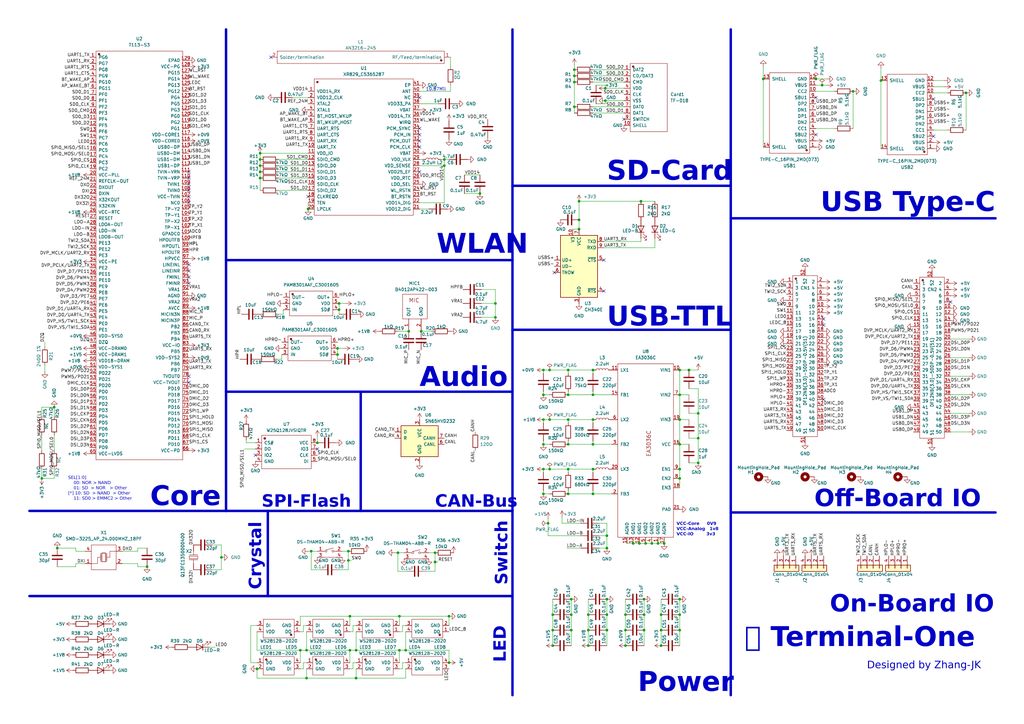
<source format=kicad_sch>
(kicad_sch (version 20230121) (generator eeschema)
  (paper "A3")
  (title_block (title "Terminal-One-Core") (date "2023-12-15") (rev "2.0.1215"))
  (junction (at 278.765 245.745))
  (junction (at 278.765 196.215))
  (junction (at 264.16 252.095))
  (junction (at 234.315 252.095))
  (junction (at 237.49 82.55))
  (junction (at 226.695 264.795))
  (junction (at 224.79 214.63))
  (junction (at 196.85 79.375))
  (junction (at 142.875 226.06))
  (junction (at 203.2 130.175))
  (junction (at 106.68 70.485))
  (junction (at 167.64 135.89))
  (junction (at 278.765 252.095))
  (junction (at 225.425 172.085))
  (junction (at 163.83 266.7))
  (junction (at 248.285 36.195))
  (junction (at 286.385 189.865))
  (junction (at 184.15 271.78))
  (junction (at 269.875 222.885))
  (junction (at 222.885 172.085))
  (junction (at 184.15 252.73))
  (junction (at 256.54 252.095))
  (junction (at 142.875 229.87))
  (junction (at 235.585 31.115))
  (junction (at 248.92 245.745))
  (junction (at 222.885 182.245))
  (junction (at 264.795 222.885))
  (junction (at 361.315 33.02))
  (junction (at 125.73 278.13))
  (junction (at 271.145 264.795))
  (junction (at 178.435 230.505))
  (junction (at 243.205 151.765))
  (junction (at 226.695 252.095))
  (junction (at 163.195 226.695))
  (junction (at 138.43 145.415))
  (junction (at 222.885 161.925))
  (junction (at 259.715 222.885))
  (junction (at 248.92 219.71))
  (junction (at 396.24 38.1))
  (junction (at 226.695 258.445))
  (junction (at 106.68 73.025))
  (junction (at 235.585 33.655))
  (junction (at 146.05 266.7))
  (junction (at 235.585 43.815))
  (junction (at 262.89 82.55))
  (junction (at 243.205 182.245))
  (junction (at 203.2 124.46))
  (junction (at 105.41 274.32))
  (junction (at 127.635 226.06))
  (junction (at 146.05 278.13))
  (junction (at 234.315 245.745))
  (junction (at 237.49 93.98))
  (junction (at 264.16 258.445))
  (junction (at 143.51 252.73))
  (junction (at 126.365 85.725))
  (junction (at 349.885 37.465))
  (junction (at 241.3 264.795))
  (junction (at 143.51 266.7))
  (junction (at 241.3 252.095))
  (junction (at 222.885 202.565))
  (junction (at 241.3 258.445))
  (junction (at 282.575 151.765))
  (junction (at 264.16 245.745))
  (junction (at 166.37 266.7))
  (junction (at 233.045 151.765))
  (junction (at 313.055 32.385))
  (junction (at 278.765 151.765))
  (junction (at 278.765 161.925))
  (junction (at 248.92 252.095))
  (junction (at 60.325 232.41))
  (junction (at 271.145 258.445))
  (junction (at 22.225 167.005))
  (junction (at 256.54 258.445))
  (junction (at 278.765 258.445))
  (junction (at 233.045 182.245))
  (junction (at 334.645 32.385))
  (junction (at 106.68 65.405))
  (junction (at 139.065 127))
  (junction (at 286.385 169.545))
  (junction (at 225.425 151.765))
  (junction (at 256.54 264.795))
  (junction (at 248.92 224.79))
  (junction (at 138.43 142.875))
  (junction (at 106.68 67.945))
  (junction (at 234.315 258.445))
  (junction (at 243.205 161.925))
  (junction (at 233.045 192.405))
  (junction (at 243.205 192.405))
  (junction (at 106.68 62.865))
  (junction (at 248.285 41.275))
  (junction (at 237.49 90.17))
  (junction (at 182.245 65.405))
  (junction (at 139.065 124.46))
  (junction (at 235.585 28.575))
  (junction (at 225.425 192.405))
  (junction (at 222.885 192.405))
  (junction (at 233.045 202.565))
  (junction (at 23.495 224.79))
  (junction (at 178.435 226.695))
  (junction (at 272.415 222.885))
  (junction (at 233.045 161.925))
  (junction (at 125.73 266.7))
  (junction (at 271.145 252.095))
  (junction (at 243.205 172.085))
  (junction (at 278.765 182.245))
  (junction (at 172.72 135.89))
  (junction (at 233.045 172.085))
  (junction (at 337.185 34.925))
  (junction (at 262.255 222.885))
  (junction (at 90.805 228.6))
  (junction (at 130.175 181.61))
  (junction (at 17.145 196.215))
  (junction (at 286.385 179.705))
  (junction (at 182.245 67.945))
  (junction (at 123.19 266.7))
  (junction (at 248.92 258.445))
  (junction (at 278.765 192.405))
  (junction (at 163.83 252.73))
  (junction (at 243.205 202.565))
  (junction (at 278.765 172.085))
  (junction (at 267.335 222.885))
  (junction (at 222.885 151.765))
  (no_connect (at 255.905 48.895))
  (no_connect (at 77.47 73.025))
  (no_connect (at 77.47 156.845))
  (no_connect (at 334.645 55.245))
  (no_connect (at 126.365 80.645))
  (no_connect (at 77.47 111.125))
  (no_connect (at 337.82 130.81))
  (no_connect (at 382.905 55.88))
  (no_connect (at 130.175 184.15))
  (no_connect (at 172.085 52.705))
  (no_connect (at 172.085 60.325))
  (no_connect (at 247.65 106.68))
  (no_connect (at 77.47 113.665))
  (no_connect (at 172.085 40.005))
  (no_connect (at 247.65 119.38))
  (no_connect (at 334.645 40.005))
  (no_connect (at 77.47 70.485))
  (no_connect (at 172.085 55.245))
  (no_connect (at 389.89 123.825))
  (no_connect (at 77.47 116.205))
  (no_connect (at 382.905 40.64))
  (no_connect (at 172.085 70.485))
  (no_connect (at 77.47 75.565))
  (no_connect (at 77.47 83.185))
  (no_connect (at 104.775 186.69))
  (no_connect (at 172.085 57.785))
  (no_connect (at 111.125 23.495))
  (no_connect (at 77.47 108.585))
  (no_connect (at 337.82 163.83))
  (no_connect (at 77.47 154.305))
  (no_connect (at 337.82 133.35))
  (no_connect (at 77.47 78.105))
  (no_connect (at 77.47 80.645))
  (no_connect (at 227.33 111.76))
  (polyline (pts (xy 92.71 160.655) (xy 210.185 160.655)) (stroke (width 1)))
  (wire (pts (xy 268.605 101.6) (xy 268.605 97.79)))
  (wire (pts (xy 31.115 226.06) (xy 31.115 224.79)))
  (wire (pts (xy 259.715 222.885) (xy 262.255 222.885)))
  (wire (pts (xy 243.205 180.975) (xy 243.205 182.245)))
  (wire (pts (xy 222.885 173.355) (xy 222.885 172.085)))
  (wire (pts (xy 269.875 222.885) (xy 272.415 222.885)))
  (wire (pts (xy 184.15 266.7) (xy 166.37 266.7)))
  (wire (pts (xy 179.705 230.505) (xy 178.435 230.505)))
  (wire (pts (xy 180.975 65.405) (xy 182.245 65.405)))
  (wire (pts (xy 203.2 118.745) (xy 203.2 124.46)))
  (wire (pts (xy 138.43 145.415) (xy 138.43 147.32)))
  (wire (pts (xy 282.575 159.385) (xy 286.385 159.385)))
  (wire (pts (xy 143.51 259.08) (xy 144.78 259.08)))
  (polyline (pts (xy 12.065 209.55) (xy 92.71 209.55)) (stroke (width 1)))
  (wire (pts (xy 23.495 232.41) (xy 31.115 232.41)))
  (wire (pts (xy 172.085 42.545) (xy 179.705 42.545)))
  (wire (pts (xy 226.695 252.095) (xy 226.695 258.445)))
  (wire (pts (xy 256.54 245.745) (xy 256.54 252.095)))
  (wire (pts (xy 257.175 222.885) (xy 259.715 222.885)))
  (wire (pts (xy 163.195 226.695) (xy 163.195 234.315)))
  (wire (pts (xy 248.285 36.195) (xy 255.905 36.195)))
  (wire (pts (xy 262.89 99.06) (xy 262.89 97.79)))
  (polyline (pts (xy 210.185 209.55) (xy 210.185 285.115)) (stroke (width 1)))
  (wire (pts (xy 172.085 37.465) (xy 184.785 37.465)))
  (wire (pts (xy 397.51 177.165) (xy 389.89 177.165)))
  (wire (pts (xy 339.09 32.385) (xy 334.645 32.385)))
  (wire (pts (xy 247.65 101.6) (xy 268.605 101.6)))
  (polyline (pts (xy 299.72 12.065) (xy 299.72 285.115)) (stroke (width 1)))
  (wire (pts (xy 278.765 258.445) (xy 278.765 264.795)))
  (wire (pts (xy 243.205 182.245) (xy 250.825 182.245)))
  (wire (pts (xy 334.645 52.705) (xy 342.265 52.705)))
  (wire (pts (xy 243.205 202.565) (xy 250.825 202.565)))
  (wire (pts (xy 146.05 278.13) (xy 146.05 274.32)))
  (wire (pts (xy 190.5 71.755) (xy 196.85 71.755)))
  (wire (pts (xy 116.205 128.905) (xy 116.205 127)))
  (polyline (pts (xy 210.185 135.255) (xy 299.72 135.255)) (stroke (width 1)))
  (wire (pts (xy 224.79 219.71) (xy 238.125 219.71)))
  (wire (pts (xy 123.19 266.7) (xy 123.19 271.78)))
  (wire (pts (xy 245.745 214.63) (xy 248.92 214.63)))
  (wire (pts (xy 50.165 231.14) (xy 56.515 231.14)))
  (wire (pts (xy 271.145 252.095) (xy 271.145 258.445)))
  (wire (pts (xy 361.315 33.02) (xy 361.315 27.94)))
  (wire (pts (xy 225.425 161.925) (xy 222.885 161.925)))
  (wire (pts (xy 248.285 42.545) (xy 248.285 41.275)))
  (wire (pts (xy 172.085 83.185) (xy 182.245 83.185)))
  (wire (pts (xy 178.435 234.315) (xy 178.435 230.505)))
  (wire (pts (xy 126.365 83.185) (xy 126.365 85.725)))
  (wire (pts (xy 172.085 85.725) (xy 175.895 85.725)))
  (wire (pts (xy 106.68 62.865) (xy 126.365 62.865)))
  (wire (pts (xy 126.365 226.06) (xy 127.635 226.06)))
  (wire (pts (xy 248.92 252.095) (xy 248.92 258.445)))
  (wire (pts (xy 143.51 266.7) (xy 125.73 266.7)))
  (wire (pts (xy 278.765 192.405) (xy 278.765 196.215)))
  (wire (pts (xy 243.205 173.355) (xy 243.205 172.085)))
  (wire (pts (xy 234.315 245.745) (xy 234.315 252.095)))
  (wire (pts (xy 248.92 219.71) (xy 248.92 224.79)))
  (wire (pts (xy 166.37 266.7) (xy 163.83 266.7)))
  (wire (pts (xy 120.015 40.005) (xy 126.365 40.005)))
  (wire (pts (xy 174.625 234.315) (xy 178.435 234.315)))
  (wire (pts (xy 243.205 193.675) (xy 243.205 192.405)))
  (wire (pts (xy 244.475 34.925) (xy 248.285 34.925)))
  (wire (pts (xy 22.225 170.815) (xy 22.225 167.005)))
  (wire (pts (xy 17.145 184.785) (xy 17.145 178.435)))
  (wire (pts (xy 361.315 60.96) (xy 361.315 33.02)))
  (wire (pts (xy 113.665 147.32) (xy 115.57 147.32)))
  (wire (pts (xy 100.965 181.61) (xy 100.965 180.34)))
  (wire (pts (xy 184.785 34.925) (xy 184.785 37.465)))
  (wire (pts (xy 226.695 245.745) (xy 226.695 252.095)))
  (wire (pts (xy 138.43 142.875) (xy 138.43 145.415)))
  (wire (pts (xy 241.3 258.445) (xy 241.3 264.795)))
  (wire (pts (xy 235.585 33.655) (xy 235.585 43.815)))
  (wire (pts (xy 22.225 196.215) (xy 17.145 196.215)))
  (wire (pts (xy 56.515 224.79) (xy 60.325 224.79)))
  (wire (pts (xy 267.335 222.885) (xy 269.875 222.885)))
  (wire (pts (xy 163.195 135.89) (xy 167.64 135.89)))
  (wire (pts (xy 247.65 99.06) (xy 262.89 99.06)))
  (wire (pts (xy 165.1 271.78) (xy 165.1 274.32)))
  (wire (pts (xy 182.245 65.405) (xy 184.15 65.405)))
  (wire (pts (xy 144.145 229.87) (xy 142.875 229.87)))
  (wire (pts (xy 222.885 172.085) (xy 225.425 172.085)))
  (wire (pts (xy 241.3 245.745) (xy 241.3 252.095)))
  (polyline (pts (xy 92.71 12.065) (xy 92.71 209.55)) (stroke (width 1)))
  (wire (pts (xy 144.78 256.54) (xy 146.05 256.54)))
  (wire (pts (xy 125.73 266.7) (xy 123.19 266.7)))
  (wire (pts (xy 17.145 196.215) (xy 17.145 192.405)))
  (wire (pts (xy 124.46 256.54) (xy 125.73 256.54)))
  (wire (pts (xy 397.51 161.925) (xy 389.89 161.925)))
  (wire (pts (xy 141.605 124.46) (xy 139.065 124.46)))
  (wire (pts (xy 256.54 258.445) (xy 256.54 264.795)))
  (wire (pts (xy 105.41 271.78) (xy 102.87 271.78)))
  (wire (pts (xy 140.97 142.875) (xy 138.43 142.875)))
  (wire (pts (xy 224.79 214.63) (xy 224.79 219.71)))
  (wire (pts (xy 182.245 65.405) (xy 182.245 67.945)))
  (wire (pts (xy 17.145 170.815) (xy 17.145 167.005)))
  (wire (pts (xy 282.575 189.865) (xy 286.385 189.865)))
  (wire (pts (xy 146.05 271.78) (xy 144.78 271.78)))
  (wire (pts (xy 243.205 28.575) (xy 255.905 28.575)))
  (wire (pts (xy 256.54 252.095) (xy 256.54 258.445)))
  (wire (pts (xy 235.585 26.67) (xy 235.585 28.575)))
  (wire (pts (xy 172.085 65.405) (xy 173.355 65.405)))
  (wire (pts (xy 105.41 274.32) (xy 105.41 278.13)))
  (wire (pts (xy 105.41 266.7) (xy 105.41 259.08)))
  (wire (pts (xy 225.425 192.405) (xy 233.045 192.405)))
  (wire (pts (xy 114.3 78.105) (xy 126.365 78.105)))
  (wire (pts (xy 222.885 161.925) (xy 222.885 160.655)))
  (wire (pts (xy 166.37 278.13) (xy 166.37 274.32)))
  (wire (pts (xy 124.46 274.32) (xy 123.19 274.32)))
  (wire (pts (xy 397.51 146.685) (xy 389.89 146.685)))
  (wire (pts (xy 163.83 252.73) (xy 143.51 252.73)))
  (wire (pts (xy 243.205 46.355) (xy 255.905 46.355)))
  (wire (pts (xy 197.485 130.175) (xy 203.2 130.175)))
  (polyline (pts (xy 12.065 244.475) (xy 210.185 244.475)) (stroke (width 1)))
  (wire (pts (xy 233.045 202.565) (xy 243.205 202.565)))
  (wire (pts (xy 268.605 82.55) (xy 262.89 82.55)))
  (wire (pts (xy 90.805 228.6) (xy 90.805 233.68)))
  (wire (pts (xy 127.635 226.06) (xy 127.635 233.68)))
  (wire (pts (xy 234.95 93.98) (xy 237.49 93.98)))
  (wire (pts (xy 146.05 259.08) (xy 146.05 266.7)))
  (wire (pts (xy 127.635 233.68) (xy 131.445 233.68)))
  (wire (pts (xy 264.795 222.885) (xy 267.335 222.885)))
  (wire (pts (xy 123.19 252.73) (xy 123.19 256.54)))
  (wire (pts (xy 114.3 65.405) (xy 126.365 65.405)))
  (wire (pts (xy 114.3 70.485) (xy 126.365 70.485)))
  (polyline (pts (xy 147.955 160.655) (xy 147.955 209.55)) (stroke (width 1)))
  (wire (pts (xy 232.41 224.79) (xy 238.125 224.79)))
  (wire (pts (xy 397.51 154.305) (xy 389.89 154.305)))
  (wire (pts (xy 222.885 153.035) (xy 222.885 151.765)))
  (wire (pts (xy 243.205 161.925) (xy 233.045 161.925)))
  (wire (pts (xy 230.505 214.63) (xy 238.125 214.63)))
  (wire (pts (xy 397.51 169.545) (xy 389.89 169.545)))
  (wire (pts (xy 334.645 37.465) (xy 342.265 37.465)))
  (wire (pts (xy 234.315 252.095) (xy 234.315 258.445)))
  (wire (pts (xy 197.485 118.745) (xy 203.2 118.745)))
  (wire (pts (xy 114.3 67.945) (xy 126.365 67.945)))
  (wire (pts (xy 243.205 153.035) (xy 243.205 151.765)))
  (wire (pts (xy 106.68 70.485) (xy 106.68 73.025)))
  (wire (pts (xy 286.385 169.545) (xy 282.575 169.545)))
  (wire (pts (xy 124.46 271.78) (xy 124.46 274.32)))
  (wire (pts (xy 278.765 196.215) (xy 278.765 200.025)))
  (wire (pts (xy 100.965 181.61) (xy 104.775 181.61)))
  (wire (pts (xy 182.245 67.945) (xy 182.245 83.185)))
  (wire (pts (xy 387.35 33.02) (xy 382.905 33.02)))
  (wire (pts (xy 22.225 184.785) (xy 22.225 178.435)))
  (wire (pts (xy 100.33 184.15) (xy 104.775 184.15)))
  (wire (pts (xy 165.1 259.08) (xy 165.1 256.54)))
  (wire (pts (xy 244.475 42.545) (xy 248.285 42.545)))
  (polyline (pts (xy 109.855 209.55) (xy 109.855 244.475)) (stroke (width 1)))
  (wire (pts (xy 282.575 179.705) (xy 286.385 179.705)))
  (wire (pts (xy 226.695 258.445) (xy 226.695 264.795)))
  (wire (pts (xy 125.73 278.13) (xy 146.05 278.13)))
  (polyline (pts (xy 299.72 210.185) (xy 408.305 210.185)) (stroke (width 1)))
  (wire (pts (xy 245.745 224.79) (xy 248.92 224.79)))
  (wire (pts (xy 248.92 245.745) (xy 248.92 252.095)))
  (wire (pts (xy 178.435 226.695) (xy 175.895 226.695)))
  (wire (pts (xy 225.425 202.565) (xy 222.885 202.565)))
  (wire (pts (xy 106.68 65.405) (xy 106.68 67.945)))
  (wire (pts (xy 143.51 252.73) (xy 123.19 252.73)))
  (wire (pts (xy 271.145 245.745) (xy 271.145 252.095)))
  (wire (pts (xy 278.765 172.085) (xy 282.575 172.085)))
  (wire (pts (xy 177.165 135.89) (xy 172.72 135.89)))
  (wire (pts (xy 248.285 41.275) (xy 255.905 41.275)))
  (wire (pts (xy 56.515 226.06) (xy 56.515 224.79)))
  (wire (pts (xy 17.145 167.005) (xy 22.225 167.005)))
  (wire (pts (xy 127.635 226.06) (xy 130.175 226.06)))
  (wire (pts (xy 339.09 34.925) (xy 337.185 34.925)))
  (wire (pts (xy 233.045 161.925) (xy 233.045 160.655)))
  (wire (pts (xy 163.195 226.695) (xy 165.735 226.695)))
  (wire (pts (xy 105.41 278.13) (xy 125.73 278.13)))
  (wire (pts (xy 125.73 271.78) (xy 124.46 271.78)))
  (wire (pts (xy 34.925 226.06) (xy 31.115 226.06)))
  (wire (pts (xy 286.385 179.705) (xy 286.385 169.545)))
  (wire (pts (xy 203.2 124.46) (xy 197.485 124.46)))
  (wire (pts (xy 243.205 43.815) (xy 255.905 43.815)))
  (wire (pts (xy 382.905 38.1) (xy 388.62 38.1)))
  (wire (pts (xy 184.15 256.54) (xy 184.15 252.73)))
  (wire (pts (xy 124.46 259.08) (xy 124.46 256.54)))
  (polyline (pts (xy 210.185 209.55) (xy 210.185 106.68)) (stroke (width 1)))
  (wire (pts (xy 142.875 226.06) (xy 140.335 226.06)))
  (wire (pts (xy 262.255 222.885) (xy 264.795 222.885)))
  (wire (pts (xy 184.15 271.78) (xy 184.15 266.7)))
  (wire (pts (xy 139.065 124.46) (xy 139.065 127)))
  (wire (pts (xy 106.68 67.945) (xy 106.68 70.485)))
  (wire (pts (xy 278.765 151.765) (xy 282.575 151.765)))
  (wire (pts (xy 224.79 212.725) (xy 224.79 214.63)))
  (wire (pts (xy 286.385 159.385) (xy 286.385 169.545)))
  (wire (pts (xy 250.825 161.925) (xy 243.205 161.925)))
  (wire (pts (xy 233.045 182.245) (xy 243.205 182.245)))
  (wire (pts (xy 18.415 140.335) (xy 18.415 142.24)))
  (wire (pts (xy 163.83 259.08) (xy 165.1 259.08)))
  (wire (pts (xy 163.195 234.315) (xy 167.005 234.315)))
  (wire (pts (xy 245.745 219.71) (xy 248.92 219.71)))
  (wire (pts (xy 382.905 53.34) (xy 388.62 53.34)))
  (wire (pts (xy 50.165 226.06) (xy 56.515 226.06)))
  (wire (pts (xy 382.905 35.56) (xy 387.35 35.56)))
  (wire (pts (xy 248.92 214.63) (xy 248.92 219.71)))
  (polyline (pts (xy 92.71 106.68) (xy 210.185 106.68)) (stroke (width 1)))
  (wire (pts (xy 278.765 161.925) (xy 282.575 161.925)))
  (wire (pts (xy 237.49 90.17) (xy 237.49 93.98)))
  (wire (pts (xy 22.225 192.405) (xy 22.225 196.215)))
  (polyline (pts (xy 299.72 89.535) (xy 408.305 89.535)) (stroke (width 1)))
  (wire (pts (xy 125.73 259.08) (xy 125.73 266.7)))
  (polyline (pts (xy 210.185 12.065) (xy 210.185 106.68)) (stroke (width 1)))
  (wire (pts (xy 166.37 271.78) (xy 165.1 271.78)))
  (wire (pts (xy 102.87 271.78) (xy 102.87 256.54)))
  (wire (pts (xy 143.51 252.73) (xy 143.51 256.54)))
  (wire (pts (xy 130.175 179.07) (xy 130.175 181.61)))
  (wire (pts (xy 234.315 258.445) (xy 234.315 264.795)))
  (wire (pts (xy 182.245 67.945) (xy 172.085 67.945)))
  (wire (pts (xy 248.285 34.925) (xy 248.285 36.195)))
  (wire (pts (xy 139.065 233.68) (xy 142.875 233.68)))
  (wire (pts (xy 144.78 274.32) (xy 143.51 274.32)))
  (wire (pts (xy 146.05 266.7) (xy 143.51 266.7)))
  (wire (pts (xy 90.805 223.52) (xy 90.805 228.6)))
  (wire (pts (xy 397.51 139.065) (xy 389.89 139.065)))
  (wire (pts (xy 233.045 192.405) (xy 243.205 192.405)))
  (wire (pts (xy 222.885 151.765) (xy 225.425 151.765)))
  (wire (pts (xy 115.57 147.32) (xy 115.57 145.415)))
  (wire (pts (xy 313.055 32.385) (xy 313.055 27.305)))
  (wire (pts (xy 264.16 258.445) (xy 264.16 264.795)))
  (wire (pts (xy 313.055 60.325) (xy 313.055 32.385)))
  (wire (pts (xy 184.15 252.73) (xy 163.83 252.73)))
  (wire (pts (xy 144.78 259.08) (xy 144.78 256.54)))
  (wire (pts (xy 114.3 73.025) (xy 126.365 73.025)))
  (wire (pts (xy 396.24 53.34) (xy 396.24 38.1)))
  (wire (pts (xy 125.73 278.13) (xy 125.73 274.32)))
  (wire (pts (xy 235.585 43.815) (xy 235.585 46.355)))
  (wire (pts (xy 235.585 31.115) (xy 235.585 33.655)))
  (wire (pts (xy 225.425 151.765) (xy 233.045 151.765)))
  (wire (pts (xy 237.49 82.55) (xy 237.49 90.17)))
  (wire (pts (xy 90.805 233.68) (xy 86.995 233.68)))
  (wire (pts (xy 123.19 259.08) (xy 124.46 259.08)))
  (wire (pts (xy 166.37 259.08) (xy 166.37 266.7)))
  (wire (pts (xy 278.765 151.765) (xy 278.765 161.925)))
  (wire (pts (xy 271.145 258.445) (xy 271.145 264.795)))
  (wire (pts (xy 264.16 245.745) (xy 264.16 252.095)))
  (wire (pts (xy 243.205 160.655) (xy 243.205 161.925)))
  (wire (pts (xy 233.045 172.085) (xy 243.205 172.085)))
  (wire (pts (xy 106.68 62.865) (xy 106.68 65.405)))
  (wire (pts (xy 248.92 258.445) (xy 248.92 264.795)))
  (wire (pts (xy 243.205 201.295) (xy 243.205 202.565)))
  (wire (pts (xy 56.515 232.41) (xy 60.325 232.41)))
  (wire (pts (xy 142.875 233.68) (xy 142.875 229.87)))
  (wire (pts (xy 142.875 226.06) (xy 142.875 229.87)))
  (wire (pts (xy 264.16 252.095) (xy 264.16 258.445)))
  (wire (pts (xy 233.045 192.405) (xy 233.045 193.675)))
  (wire (pts (xy 144.78 271.78) (xy 144.78 274.32)))
  (wire (pts (xy 222.885 182.245) (xy 222.885 180.975)))
  (wire (pts (xy 163.83 266.7) (xy 146.05 266.7)))
  (wire (pts (xy 146.05 278.13) (xy 166.37 278.13)))
  (wire (pts (xy 233.045 151.765) (xy 243.205 151.765)))
  (wire (pts (xy 86.995 223.52) (xy 90.805 223.52)))
  (wire (pts (xy 161.925 226.695) (xy 163.195 226.695)))
  (wire (pts (xy 222.885 202.565) (xy 222.885 201.295)))
  (wire (pts (xy 282.575 151.765) (xy 286.385 151.765)))
  (wire (pts (xy 243.205 31.115) (xy 255.905 31.115)))
  (wire (pts (xy 225.425 172.085) (xy 233.045 172.085)))
  (wire (pts (xy 56.515 231.14) (xy 56.515 232.41)))
  (wire (pts (xy 349.885 52.705) (xy 349.885 37.465)))
  (wire (pts (xy 184.785 23.495) (xy 184.785 27.305)))
  (wire (pts (xy 102.87 256.54) (xy 105.41 256.54)))
  (wire (pts (xy 278.765 182.245) (xy 278.765 192.405)))
  (wire (pts (xy 233.045 180.975) (xy 233.045 182.245)))
  (wire (pts (xy 222.885 192.405) (xy 225.425 192.405)))
  (wire (pts (xy 222.885 193.675) (xy 222.885 192.405)))
  (wire (pts (xy 163.83 266.7) (xy 163.83 271.78)))
  (wire (pts (xy 165.1 256.54) (xy 166.37 256.54)))
  (wire (pts (xy 337.185 34.925) (xy 334.645 34.925)))
  (wire (pts (xy 123.19 266.7) (xy 105.41 266.7)))
  (wire (pts (xy 31.115 232.41) (xy 31.115 231.14)))
  (wire (pts (xy 278.765 182.245) (xy 282.575 182.245)))
  (wire (pts (xy 18.415 149.86) (xy 18.415 152.4)))
  (wire (pts (xy 278.765 172.085) (xy 278.765 182.245)))
  (wire (pts (xy 165.1 274.32) (xy 163.83 274.32)))
  (polyline (pts (xy 210.185 76.2) (xy 299.72 76.2)) (stroke (width 1)))
  (wire (pts (xy 106.68 73.025) (xy 106.68 78.105)))
  (wire (pts (xy 233.045 153.035) (xy 233.045 151.765)))
  (wire (pts (xy 233.045 201.295) (xy 233.045 202.565)))
  (wire (pts (xy 31.115 224.79) (xy 23.495 224.79)))
  (wire (pts (xy 235.585 28.575) (xy 235.585 31.115)))
  (wire (pts (xy 233.045 172.085) (xy 233.045 173.355)))
  (wire (pts (xy 143.51 266.7) (xy 143.51 271.78)))
  (wire (pts (xy 230.505 212.09) (xy 230.505 214.63)))
  (wire (pts (xy 178.435 226.695) (xy 178.435 230.505)))
  (wire (pts (xy 237.49 82.55) (xy 262.89 82.55)))
  (polyline (pts (xy 92.71 209.55) (xy 210.185 209.55)) (stroke (width 1)))
  (wire (pts (xy 278.765 161.925) (xy 278.765 172.085)))
  (wire (pts (xy 190.5 79.375) (xy 196.85 79.375)))
  (wire (pts (xy 243.205 33.655) (xy 255.905 33.655)))
  (wire (pts (xy 114.3 128.905) (xy 116.205 128.905)))
  (wire (pts (xy 31.115 231.14) (xy 34.925 231.14)))
  (wire (pts (xy 225.425 182.245) (xy 222.885 182.245)))
  (wire (pts (xy 286.385 179.705) (xy 286.385 189.865)))
  (wire (pts (xy 278.765 245.745) (xy 278.765 252.095)))
  (wire (pts (xy 241.3 252.095) (xy 241.3 258.445)))
  (wire (pts (xy 278.765 252.095) (xy 278.765 258.445)))
  (wire (pts (xy 163.83 252.73) (xy 163.83 256.54)))
  (wire (pts (xy 203.2 130.175) (xy 203.2 124.46)))
  (wire (pts (xy 88.265 265.43) (xy 85.725 265.43)))
  (wire (pts (xy 139.065 127) (xy 139.065 128.905)))
  (text "Audio\n" (at 172.085 161.925 0) (effects (font (size 8 8) (thickness 1.6) bold) (justify left bottom)))
  (text "CAN-Bus" (at 178.435 210.185 0) (effects (font (size 5 5) (thickness 1.6) bold) (justify left bottom)))
  (text "Off-Board IO\n" (at 334.01 210.82 0) (effects (font (size 7 7) (thickness 1.6) bold) (justify left bottom)))
  (text "USB-TTL" (at 248.92 137.16 0) (effects (font (size 8 8) (thickness 1.6) bold) (justify left bottom)))
  (text "Switch\n" (at 210.185 240.03 90) (effects (font (size 5 5) (thickness 1.6) bold) (justify left bottom)))
  (text "LED\n" (at 209.55 271.78 90) (effects (font (size 5 5) (thickness 1.6) bold) (justify left bottom)))
  (text "USB Type-C\n" (at 336.55 90.17 0) (effects (font (size 8 8) (thickness 1.6) bold) (justify left bottom)))
  (text "Designed by Zhang-JK" (at 355.6 275.59 0) (effects (font (size 3 3)) (justify left bottom)))
  (text "WLAN\n" (at 179.07 107.315 0) (effects (font (size 8 8) (thickness 1.6) bold) (justify left bottom)))
  (text " Terminal-One" (at 305.435 268.605 0) (effects (font (size 8 8) (thickness 1.6) bold) (justify left bottom)))
  (text "Power" (at 261.62 287.02 0) (effects (font (size 8 8) (thickness 1.6) bold) (justify left bottom)))
  (text "SPI-Flash\n" (at 107.315 210.185 0) (effects (font (size 5 5) (thickness 1.6) bold) (justify left bottom)))
  (text "Core" (at 61.595 210.82 0) (effects (font (size 8 8) (thickness 1.6) bold) (justify left bottom)))
  (text "Crystal" (at 109.22 241.935 90) (effects (font (size 5 5) (thickness 1.6) bold) (justify left bottom)))
  (text "SD-Card\n\n" (at 248.92 90.805 0) (effects (font (size 8 8) (thickness 1.6) bold) (justify left bottom)))
  (text "10.87Mil\n" (at 174.625 37.465 0) (effects (font (size 1.27 1.27)) (justify left bottom)))
  (text "On-Board IO\n" (at 340.36 254 0) (effects (font (size 7 7) (thickness 1.6) bold) (justify left bottom)))
  (text "SEL[1:0]\n    00: NOR > NAND\n    01: SD  > NOR   > Other\n[*] 10: SD  > NAND  > Other\n    11: SD0 > EMMC2 > Other" (at 27.94 205.74 0) (effects (font (size 1.27 1.27)) (justify left bottom)))
  (text "VCC-Core     0V9\nVCC-Analog   1v8\nVCC-IO	     3v3" (at 277.495 220.345 0) (effects (font (size 1.27 1.27) (thickness 0.254) bold) (justify left bottom)))
  (label "PWM5{slash}PD21" (at 389.89 136.525 0))
  (label "HPLO+" (at 139.065 121.92 0))
  (label "BT_RST" (at 172.085 80.645 0))
  (label "SPI1_HOLD" (at 77.47 172.085 0))
  (label "USB1_DP" (at 77.47 67.945 0))
  (label "CAN0_RX" (at 161.925 179.705 180))
  (label "LEDC_8" (at 322.58 133.35 180))
  (label "USBS+" (at 382.905 43.18 0))
  (label "SPI1_MISO" (at 77.47 177.165 0))
  (label "MIC_P" (at 77.47 131.445 0))
  (label "DVP_D6{slash}PWM4" (at 36.83 114.935 180))
  (label "SD0_D3" (at 36.83 48.895 180))
  (label "SPI0_MOSI{slash}SEL0" (at 130.175 189.23 0))
  (label "CANL" (at 182.245 182.245 0))
  (label "HPFB" (at 77.47 98.425 0))
  (label "SW1" (at 36.83 56.515 180))
  (label "VDD_RTC" (at 172.085 73.025 0))
  (label "SD1_CLK" (at 77.47 47.625 0))
  (label "HPLO-" (at 322.58 166.37 180))
  (label "SD1_D0" (at 126.365 67.945 180))
  (label "TWI2_SCK" (at 322.58 120.65 180))
  (label "USB0_DN" (at 334.645 50.165 0))
  (label "DVP_D1{slash}UART4_RX" (at 374.65 156.845 180))
  (label "HPRO+" (at 372.11 227.965 90))
  (label "DVP_D2{slash}PE6" (at 36.83 125.095 180))
  (label "VRA1" (at 189.865 124.46 180))
  (label "LDO-B" (at 232.41 219.71 0))
  (label "USB0_DP" (at 334.645 42.545 0))
  (label "SW1" (at 322.58 128.27 180))
  (label "DMIC_D3" (at 337.82 173.99 0))
  (label "USBS+" (at 227.33 106.68 180))
  (label "CANL" (at 194.945 184.785 270))
  (label "HPR" (at 98.425 147.32 90))
  (label "USB0_DP" (at 334.645 47.625 0))
  (label "SPI0_MISO{slash}SEL1" (at 17.145 184.15 90))
  (label "DSI_D2N" (at 389.89 167.005 0))
  (label "CANH" (at 194.945 177.165 90))
  (label "DVP_D6{slash}PWM4" (at 374.65 144.145 180))
  (label "HPLO+" (at 322.58 163.83 180))
  (label "DSI_CKP" (at 389.89 156.845 0))
  (label "UART5_TX" (at 322.58 176.53 180))
  (label "SPI1_MISO" (at 322.58 148.59 180))
  (label "DVP_D0{slash}UART4_TX" (at 36.83 130.175 180))
  (label "RESET" (at 36.83 89.535 180))
  (label "DVP_D4{slash}PWM2" (at 374.65 149.225 180))
  (label "HPL" (at 77.47 100.965 0))
  (label "WL_WAKE" (at 172.085 50.165 0))
  (label "SD1_D1" (at 126.365 70.485 180))
  (label "SD0_D1" (at 36.83 38.735 180))
  (label "LDO-B" (at 36.83 97.155 180))
  (label "PWM5{slash}PD21" (at 36.83 155.575 180))
  (label "UART1_RTS" (at 36.83 28.575 180))
  (label "SD0_D1" (at 255.905 46.355 180))
  (label "SPI1_CS" (at 77.47 182.245 0))
  (label "SD0_D0" (at 36.83 41.275 180))
  (label "SPI1_WP" (at 77.47 169.545 0))
  (label "DSI_CKN" (at 36.83 173.355 180))
  (label "DSI_D0P" (at 36.83 160.655 180))
  (label "VRA2" (at 77.47 123.825 0))
  (label "VRA2" (at 189.865 130.175 180))
  (label "VDD_RTC" (at 200.025 48.895 180))
  (label "UART1_TX" (at 36.83 23.495 180))
  (label "TWI2_SCK" (at 353.06 227.965 90))
  (label "UART5_RX" (at 322.58 173.99 180))
  (label "DSI_D3N" (at 36.83 183.515 180))
  (label "SPI0_CS" (at 36.83 66.675 180))
  (label "DSI_CKP" (at 36.83 170.815 180))
  (label "DMIC_D3" (at 77.47 167.005 0))
  (label "DVP_PCLK{slash}UART2_TX" (at 36.83 109.855 180))
  (label "DVP_PCLK{slash}UART2_TX" (at 374.65 139.065 180))
  (label "USB0_DN" (at 374.65 174.625 180))
  (label "CANL" (at 358.14 227.965 90))
  (label "DSI_D2P" (at 389.89 164.465 0))
  (label "WL_RST" (at 172.085 78.105 0))
  (label "USB0_DN" (at 77.47 62.865 0))
  (label "SPI0_CLK" (at 374.65 131.445 180))
  (label "SPI0_MISO{slash}SEL1" (at 36.83 61.595 180))
  (label "CAN0_RX" (at 77.47 136.525 0))
  (label "HPRO+" (at 322.58 158.75 180))
  (label "DVP_D5{slash}PWM3" (at 36.83 117.475 180))
  (label "SD1_D2" (at 77.47 40.005 0))
  (label "CAN0_TX" (at 161.925 177.165 180))
  (label "UART5_RX" (at 337.82 227.965 90))
  (label "USBS-" (at 382.905 50.8 0))
  (label "TP_Y1" (at 77.47 88.265 0))
  (label "CANH" (at 182.245 179.705 0))
  (label "LED0" (at 88.265 265.43 0))
  (label "DSI_D1P" (at 36.83 165.735 180))
  (label "DMIC_D2" (at 77.47 164.465 0))
  (label "DVP_D4{slash}PWM2" (at 36.83 120.015 180))
  (label "HPFB" (at 189.865 118.745 180))
  (label "SPI1_WP" (at 322.58 156.21 180))
  (label "TP_X1" (at 337.82 158.75 0))
  (label "DMIC_D0" (at 77.47 159.385 0))
  (label "DX32O" (at 79.375 223.52 90))
  (label "USBS-" (at 382.905 45.72 0))
  (label "CANH" (at 360.68 227.965 90))
  (label "SPI0_MOSI{slash}SEL0" (at 36.83 64.135 180))
  (label "CANH" (at 374.65 116.205 180))
  (label "USBS+" (at 382.905 48.26 0))
  (label "SPI1_MOSI" (at 77.47 174.625 0))
  (label "SW0" (at 36.83 53.975 180))
  (label "SPI1_MOSI" (at 322.58 151.13 180))
  (label "SD0_CMD" (at 36.83 46.355 180))
  (label "DSI_D3P" (at 36.83 180.975 180))
  (label "DMIC_CLK" (at 337.82 176.53 0))
  (label "DSI_D0N" (at 389.89 144.145 0))
  (label "USB1_DP" (at 374.65 169.545 180))
  (label "DZQ" (at 36.83 140.335 180))
  (label "SPI0_MOSI{slash}SEL0" (at 22.225 179.07 270))
  (label "USB0_DP" (at 374.65 177.165 180))
  (label "UART3_RX" (at 77.47 151.765 0))
  (label "UART5_RX" (at 77.47 144.145 0))
  (label "VDD14" (at 126.365 37.465 180))
  (label "TP_X2" (at 337.82 156.21 0))
  (label "SD1_CLK" (at 126.365 75.565 180))
  (label "WL_RST" (at 77.47 29.845 0))
  (label "DMIC_D0" (at 337.82 166.37 0))
  (label "CANL" (at 374.65 118.745 180))
  (label "DVP_D7{slash}PE11" (at 374.65 141.605 180))
  (label "AP_WAKE_BT" (at 36.83 36.195 180))
  (label "TWI2_SDA" (at 322.58 118.11 180))
  (label "SD0_CLK" (at 36.83 43.815 180))
  (label "UART3_TX" (at 77.47 149.225 0))
  (label "DVP_VS{slash}TWI1_SDA" (at 36.83 135.255 180))
  (label "SPI1_HOLD" (at 322.58 153.67 180))
  (label "MIC_N" (at 172.72 143.51 270))
  (label "LDO-A" (at 232.41 224.79 0))
  (label "DMIC_D1" (at 337.82 168.91 0))
  (label "BT_WAKE_AP" (at 126.365 50.165 180))
  (label "USB1_DN" (at 77.47 65.405 0))
  (label "UART5_TX" (at 77.47 139.065 0))
  (label "UART3_RX" (at 326.39 227.965 90))
  (label "USB1_DN" (at 374.65 172.085 180))
  (label "DX32O" (at 36.83 81.915 180))
  (label "LED0" (at 322.58 130.81 180))
  (label "TP_Y2" (at 337.82 151.13 0))
  (label "DX32I" (at 79.375 233.68 270))
  (label "UART1_TX" (at 126.365 60.325 180))
  (label "VDD14" (at 172.085 47.625 0))
  (label "ADC0" (at 337.82 161.29 0))
  (label "DXI" (at 34.925 231.14 180))
  (label "LEDC" (at 184.15 274.32 270))
  (label "UART3_TX" (at 322.58 171.45 180))
  (label "DVP_D1{slash}UART4_RX" (at 36.83 127.635 180))
  (label "DMIC_CLK" (at 36.83 158.115 180))
  (label "UART1_CTS" (at 36.83 31.115 180))
  (label "SD0_CMD" (at 255.905 33.655 180))
  (label "USB0_DP" (at 77.47 60.325 0))
  (label "VRA1" (at 77.47 118.745 0))
  (label "SPI0_CLK" (at 130.175 186.69 0))
  (label "HPLO+" (at 367.03 227.965 90))
  (label "UART3_TX" (at 323.85 227.965 90))
  (label "SPI0_MOSI{slash}SEL0" (at 374.65 126.365 180))
  (label "DSI_D1P" (at 389.89 149.225 0))
  (label "SD1_D1" (at 77.47 45.085 0))
  (label "DXI" (at 36.83 79.375 180))
  (label "PWM7{slash}PD22" (at 36.83 153.035 180))
  (label "SPI0_CS" (at 374.65 128.905 180))
  (label "CAN0_TX" (at 77.47 133.985 0))
  (label "HPLO-" (at 364.49 227.965 90))
  (label "HPRO-" (at 115.57 140.335 180))
  (label "DSI_D3N" (at 389.89 174.625 0))
  (label "DXO" (at 36.83 76.835 180))
  (label "LEDC_8" (at 184.15 259.08 0))
  (label "HPRO-" (at 322.58 161.29 180))
  (label "UART1_RX" (at 126.365 57.785 180))
  (label "SD0_D0" (at 255.905 43.815 180))
  (label "LED0" (at 36.83 59.055 180))
  (label "UART1_CTS" (at 126.365 52.705 180))
  (label "TP_Y1" (at 337.82 153.67 0))
  (label "SD1_CMD" (at 126.365 65.405 180))
  (label "TWI2_SCK" (at 36.83 102.235 180))
  (label "DVP_MCLK{slash}UART2_RX" (at 374.65 136.525 180))
  (label "VDD14" (at 196.85 71.755 180))
  (label "DZQ" (at 18.415 140.335 90))
  (label "DSI_D0N" (at 36.83 163.195 180))
  (label "SPI1_CS" (at 322.58 143.51 180))
  (label "DSI_CKN" (at 389.89 159.385 0))
  (label "SPI0_MISO{slash}SEL1" (at 100.33 184.15 270))
  (label "DSI_D2P" (at 36.83 175.895 180))
  (label "USB0_DN" (at 334.645 45.085 0))
  (label "SD1_D3" (at 77.47 42.545 0))
  (label "DSI_D0P" (at 389.89 141.605 0))
  (label "DVP_D7{slash}PE11" (at 36.83 112.395 180))
  (label "SW0" (at 144.145 229.87 0))
  (label "DVP_HS{slash}TWI1_SCK" (at 36.83 132.715 180))
  (label "VDD14" (at 182.245 67.945 270))
  (label "DVP_D3{slash}PE7" (at 36.83 122.555 180))
  (label "HPR" (at 77.47 103.505 0))
  (label "UART3_RX" (at 322.58 168.91 180))
  (label "TWI2_SDA" (at 355.6 227.965 90))
  (label "DSI_D1N" (at 36.83 168.275 180))
  (label "MIC_N" (at 77.47 128.905 0))
  (label "SD1_D3" (at 126.365 73.025 180))
  (label "DXO" (at 50.165 226.06 0))
  (label "UART1_RX" (at 36.83 26.035 180))
  (label "DSI_D3P" (at 389.89 172.085 0))
  (label "SD0_D2" (at 36.83 51.435 180))
  (label "TP_X1" (at 77.47 93.345 0))
  (label "MIC_P" (at 167.64 143.51 270))
  (label "RESET" (at 179.705 230.505 0))
  (label "LDO-A" (at 36.83 92.075 180))
  (label "SD0_D3" (at 255.905 31.115 180))
  (label "SD0_CLK" (at 255.905 38.735 180))
  (label "SPI1_CLK" (at 322.58 146.05 180))
  (label "DVP_HS{slash}TWI1_SCK" (at 374.65 161.925 180))
  (label "BT_WAKE_AP" (at 36.83 33.655 180))
  (label "HPRO-" (at 369.57 227.965 90))
  (label "DSI_D2N" (at 36.83 178.435 180))
  (label "DMIC_D1" (at 77.47 161.925 0))
  (label "UART5_TX" (at 335.28 227.965 90))
  (label "DX32I" (at 36.83 84.455 180))
  (label "SD1_CMD" (at 77.47 52.705 0))
  (label "AP_WAKE_BT" (at 126.365 47.625 180))
  (label "SPI1_CLK" (at 77.47 179.705 0))
  (label "HPRO+" (at 138.43 140.335 0))
  (label "DVP_MCLK{slash}UART2_RX" (at 36.83 104.775 180))
  (label "HPL" (at 99.06 128.905 90))
  (label "DSI_D1N" (at 389.89 151.765 0))
  (label "LDO-IN" (at 36.83 94.615 180))
  (label "DVP_D5{slash}PWM3" (at 374.65 146.685 180))
  (label "USBS-" (at 227.33 109.22 180))
  (label "PWM7{slash}PD22" (at 389.89 133.985 0))
  (label "DVP_D0{slash}UART4_TX" (at 374.65 159.385 180))
  (label "UART3_TX" (at 247.65 101.6 0))
  (label "REF_24M" (at 36.83 74.295 180))
  (label "SD1_D0" (at 77.47 50.165 0))
  (label "SW0" (at 322.58 125.73 180))
  (label "SPI0_CLK" (at 36.83 69.215 180))
  (label "REF_24M" (at 126.365 42.545 180))
  (label "UART3_RX" (at 247.65 99.06 0))
  (label "HPLO-" (at 116.205 121.92 180))
  (label "HPL" (at 77.47 100.965 0))
  (label "BT_RST" (at 77.47 37.465 0))
  (label "WL_WAKE" (at 77.47 32.385 0))
  (label "TP_X2" (at 77.47 90.805 0))
  (label "SD0_D2" (at 255.905 28.575 180))
  (label "TP_Y2" (at 77.47 85.725 0))
  (label "DVP_D2{slash}PE6" (at 374.65 154.305 180))
  (label "SD1_D2" (at 126.365 78.105 180))
  (label "LDO-IN" (at 232.41 214.63 0))
  (label "ADC0" (at 77.47 95.885 0))
  (label "DMIC_D2" (at 337.82 171.45 0))
  (label "DVP_D3{slash}PE7" (at 374.65 151.765 180))
  (label "DVP_VS{slash}TWI1_SDA" (at 374.65 164.465 180))
  (label "UART1_RTS" (at 126.365 55.245 180))
  (label "SPI0_MISO{slash}SEL1" (at 374.65 123.825 180))
  (label "LEDC" (at 77.47 34.925 0))
  (label "TWI2_SDA" (at 36.83 99.695 180))
  (symbol (lib_id "custom_power:+0V9") (at 77.47 55.245 270) (unit 1)
    (property "Reference" "#PWR019" (effects hide))
    (property "Value" "+0V9" (at 80.645 55.245 90) (effects (justify left)))
  )
  (symbol (lib_id "power:GND") (at 278.765 245.745 90) (unit 1)
    (property "Reference" "#PWR0139" (effects hide))
    (property "Value" "GND" (at 280.67 247.65 0) (effects (justify right)))
  )
  (symbol (lib_id "Mechanical:MountingHole_Pad") (at 312.42 195.58 90) (unit 1)
    (property "Reference" "H1" (at 307.975 193.675 90))
    (property "Value" "MountingHole_Pad" (at 311.15 191.77 90))
    (property "Footprint" "MountingHole:MountingHole_2.7mm_M2.5_ISO14580_Pad_TopOnly" (effects hide))
  )
  (symbol (lib_id "Device:R") (at 33.655 255.905 90) (unit 1)
    (property "Reference" "R37" (at 31.115 253.365 90))
    (property "Value" "2kΩ" (at 36.195 253.365 90))
    (property "Footprint" "Resistor_SMD:R_0402_1005Metric" (effects hide))
  )
  (symbol (lib_id "power:GND") (at 337.82 146.05 90) (unit 1)
    (property "Reference" "#PWR079" (effects hide))
    (property "Value" "GND" (at 341.63 146.05 90) (effects (justify right)))
  )
  (symbol (lib_id "Device:C") (at 230.505 245.745 90) (unit 1)
    (property "Reference" "C40" (at 227.965 245.11 0) (effects (justify left)))
    (property "Value" "0.1uF" (at 233.045 245.11 0) (effects (justify left)))
    (property "Footprint" "Capacitor_SMD:C_0402_1005Metric" (effects hide))
  )
  (symbol (lib_id "Device:C") (at 230.505 258.445 90) (unit 1)
    (property "Reference" "C48" (at 227.965 257.81 0) (effects (justify left)))
    (property "Value" "0.1uF" (at 233.045 257.81 0) (effects (justify left)))
    (property "Footprint" "Capacitor_SMD:C_0402_1005Metric" (effects hide))
  )
  (symbol (lib_id "Device:C") (at 282.575 165.735 0) (unit 1)
    (property "Reference" "C23" (at 286.385 164.465 0) (effects (justify left)))
    (property "Value" "10uF" (at 286.385 167.005 0) (effects (justify left)))
    (property "Footprint" "Capacitor_SMD:C_0603_1608Metric" (effects hide))
  )
  (symbol (lib_id "custom_power:+0V9") (at 256.54 264.795 90) (unit 1)
    (property "Reference" "#PWR0147" (effects hide))
    (property "Value" "+0V9" (at 254.635 263.525 0) (effects (justify left)))
  )
  (symbol (lib_id "power:GND") (at 255.905 51.435 0) (unit 1)
    (property "Reference" "#PWR018" (effects hide))
    (property "Value" "GND" (at 253.365 51.435 0))
  )
  (symbol (lib_id "power:GND") (at 18.415 152.4 0) (unit 1)
    (property "Reference" "#PWR089" (effects hide))
    (property "Value" "GND" (at 18.415 155.575 90) (effects (justify right)))
  )
  (symbol (lib_id "power:+5V") (at 339.09 34.925 270) (unit 1)
    (property "Reference" "#PWR09" (effects hide))
    (property "Value" "+5V" (at 342.9 34.925 90) (effects (justify left)))
  )
  (symbol (lib_id "Device:C") (at 193.675 118.745 90) (unit 1)
    (property "Reference" "C11" (at 196.85 116.84 90))
    (property "Value" "0.1uF" (at 197.485 120.65 90))
    (property "Footprint" "Capacitor_SMD:C_0402_1005Metric" (effects hide))
  )
  (symbol (lib_id "power:GND") (at 264.16 245.745 90) (unit 1)
    (property "Reference" "#PWR0138" (effects hide))
    (property "Value" "GND" (at 266.065 247.65 0) (effects (justify right)))
  )
  (symbol (lib_id "Device:R") (at 74.295 265.43 90) (unit 1)
    (property "Reference" "R39" (at 71.755 262.89 90))
    (property "Value" "2kΩ" (at 76.835 262.89 90))
    (property "Footprint" "Resistor_SMD:R_0402_1005Metric" (effects hide))
  )
  (symbol (lib_id "power:PWR_FLAG") (at 337.185 34.925 0) (unit 1)
    (property "Reference" "#FLG02" (effects hide))
    (property "Value" "PWR_FLAG" (at 337.185 31.115 90) (effects (justify left)))
  )
  (symbol (lib_id "Device:C") (at 260.35 245.745 90) (unit 1)
    (property "Reference" "C42" (at 257.81 245.11 0) (effects (justify left)))
    (property "Value" "0.1uF" (at 262.89 245.11 0) (effects (justify left)))
    (property "Footprint" "Capacitor_SMD:C_0402_1005Metric" (effects hide))
  )
  (symbol (lib_id "power:GND") (at 337.82 135.89 90) (unit 1)
    (property "Reference" "#PWR068" (effects hide))
    (property "Value" "GND" (at 341.63 135.89 90) (effects (justify right)))
  )
  (symbol (lib_id "kicad_lceda:Q13FC1350000400") (at 79.375 228.6 90) (unit 1)
    (property "Reference" "X2" (at 76.2 226.06 90) (effects (justify right)))
    (property "Value" "Q13FC1350000400" (at 74.93 218.44 0) (effects (justify right)))
    (property "Footprint" "kicad_lceda:FC-135R_L3.2-W1.5" (effects hide))
    (property "SuppliersPartNumber" "C32346" (effects hide))
    (property "uuid" "std:1b4950aa20f416ecba5c6ca916ddd694" (effects hide))
    (property "url" "http://www.szlcsc.com/product/details_33310.html" (effects hide))
  )
  (symbol (lib_id "Device:C") (at 83.185 233.68 90) (unit 1)
    (property "Reference" "C37" (at 86.36 232.41 90))
    (property "Value" "22pF" (at 86.995 234.95 90))
    (property "Footprint" "Capacitor_SMD:C_0402_1005Metric" (effects hide))
  )
  (symbol (lib_id "Device:R") (at 110.49 70.485 90) (unit 1)
    (property "Reference" "R13" (at 104.14 69.215 90))
    (property "Value" "47kΩ" (at 115.57 71.755 90))
    (property "Footprint" "Resistor_SMD:R_0402_1005Metric" (effects hide))
  )
  (symbol (lib_id "Device:C") (at 243.205 197.485 0) (unit 1)
    (property "Reference" "C30" (at 247.015 196.215 0) (effects (justify left)))
    (property "Value" "220pF" (at 247.015 198.755 0) (effects (justify left)))
    (property "Footprint" "Capacitor_SMD:C_0603_1608Metric" (effects hide))
  )
  (symbol (lib_id "power:+5V") (at 286.385 151.765 0) (unit 1)
    (property "Reference" "#PWR088" (effects hide))
    (property "Value" "+5V" (at 286.385 146.685 0))
  )
  (symbol (lib_id "Device:C") (at 282.575 186.055 0) (unit 1)
    (property "Reference" "C28" (at 286.385 184.785 0) (effects (justify left)))
    (property "Value" "1uF" (at 286.385 187.325 0) (effects (justify left)))
    (property "Footprint" "Capacitor_SMD:C_0402_1005Metric" (effects hide))
  )
  (symbol (lib_id "Device:C") (at 282.575 155.575 0) (unit 1)
    (property "Reference" "C20" (at 286.385 154.305 0) (effects (justify left)))
    (property "Value" "10uF" (at 286.385 156.845 0) (effects (justify left)))
    (property "Footprint" "Capacitor_SMD:C_0603_1608Metric" (effects hide))
  )
  (symbol (lib_id "Device:C") (at 170.815 234.315 90) (unit 1)
    (property "Reference" "C39" (at 174.625 233.045 90))
    (property "Value" "0.1uF" (at 167.005 233.045 90))
    (property "Footprint" "Capacitor_SMD:C_0402_1005Metric" (effects hide))
  )
  (symbol (lib_id "power:GND") (at 172.085 189.865 0) (unit 1)
    (property "Reference" "#PWR0107" (effects hide))
    (property "Value" "GND" (at 172.085 194.945 0))
  )
  (symbol (lib_id "Device:R") (at 239.395 28.575 90) (unit 1)
    (property "Reference" "R1" (at 233.045 30.48 90))
    (property "Value" "47kΩ" (at 244.475 27.305 90))
    (property "Footprint" "Resistor_SMD:R_0402_1005Metric" (effects hide))
  )
  (symbol (lib_id "power:GND") (at 248.285 41.275 270) (unit 1)
    (property "Reference" "#PWR0157" (effects hide))
    (property "Value" "GND" (at 252.73 40.005 90) (effects (justify right)))
  )
  (symbol (lib_id "power:GND") (at 203.2 130.175 0) (unit 1)
    (property "Reference" "#PWR062" (effects hide))
    (property "Value" "GND" (at 203.2 134.62 0))
  )
  (symbol (lib_id "power:GND") (at 397.51 177.165 90) (unit 1)
    (property "Reference" "#PWR044" (effects hide))
    (property "Value" "GND" (at 400.685 177.165 90) (effects (justify right)))
  )
  (symbol (lib_id "power:GND") (at 382.905 60.96 90) (unit 1)
    (property "Reference" "#PWR026" (effects hide))
    (property "Value" "GND" (at 386.715 60.96 90) (effects (justify right)))
  )
  (symbol (lib_id "power:+3V3") (at 172.085 172.085 0) (unit 1)
    (property "Reference" "#PWR096" (effects hide))
    (property "Value" "+3V3" (at 172.085 167.64 0))
  )
  (symbol (lib_id "power:GND") (at 191.77 65.405 90) (unit 1)
    (property "Reference" "#PWR029" (effects hide))
    (property "Value" "GND" (at 195.58 65.405 90) (effects (justify right)))
  )
  (symbol (lib_id "Device:R") (at 33.655 268.605 90) (unit 1)
    (property "Reference" "R40" (at 31.115 266.065 90))
    (property "Value" "2kΩ" (at 36.195 266.065 90))
    (property "Footprint" "Resistor_SMD:R_0402_1005Metric" (effects hide))
  )
  (symbol (lib_id "power:GND") (at 397.51 139.065 90) (unit 1)
    (property "Reference" "#PWR090" (effects hide))
    (property "Value" "GND" (at 400.685 139.065 90) (effects (justify right)))
  )
  (symbol (lib_id "Device:R") (at 22.225 188.595 180) (unit 1)
    (property "Reference" "R32" (at 23.495 193.675 90))
    (property "Value" "NC" (at 24.13 188.595 90))
    (property "Footprint" "Resistor_SMD:R_0402_1005Metric" (effects hide))
  )
  (symbol (lib_id "Device:R") (at 110.49 67.945 90) (unit 1)
    (property "Reference" "R12" (at 104.14 66.675 90))
    (property "Value" "47kΩ" (at 115.57 69.215 90))
    (property "Footprint" "Resistor_SMD:R_0402_1005Metric" (effects hide))
  )
  (symbol (lib_id "Device:R") (at 262.89 86.36 0) (unit 1)
    (property "Reference" "R16" (at 265.43 85.09 0) (effects (justify left)))
    (property "Value" "2kΩ" (at 265.43 87.63 0) (effects (justify left)))
    (property "Footprint" "Resistor_SMD:R_0402_1005Metric" (effects hide))
  )
  (symbol (lib_id "Connector_Generic:Conn_01x04") (at 369.57 233.045 270) (unit 1)
    (property "Reference" "J4" (at 364.49 236.855 0) (effects (justify left)))
    (property "Value" "Conn_01x04" (at 362.585 235.585 90) (effects (justify left)))
    (property "Footprint" "Connector_JST:JST_GH_BM04B-GHS-TBT_1x04-1MP_P1.25mm_Vertical" (effects hide))
  )
  (symbol (lib_id "Device:L") (at 247.015 151.765 90) (unit 1)
    (property "Reference" "L3" (at 247.015 146.685 90))
    (property "Value" "2.2uH" (at 247.015 149.225 90))
    (property "Footprint" "Inductor_SMD:L_0805_2012Metric" (effects hide))
  )
  (symbol (lib_id "Device:R") (at 110.49 65.405 90) (unit 1)
    (property "Reference" "R11" (at 104.14 64.135 90))
    (property "Value" "47kΩ" (at 115.57 66.675 90))
    (property "Footprint" "Resistor_SMD:R_0402_1005Metric" (effects hide))
  )
  (symbol (lib_id "power:+5V") (at 337.82 128.27 270) (unit 1)
    (property "Reference" "#PWR059" (effects hide))
    (property "Value" "+5V" (at 341.63 128.27 90) (effects (justify left)))
  )
  (symbol (lib_id "power:GND") (at 330.2 181.61 0) (unit 1)
    (property "Reference" "#PWR0101" (effects hide))
    (property "Value" "GND" (at 330.2 186.055 0))
  )
  (symbol (lib_id "power:GND") (at 161.925 226.695 270) (unit 1)
    (property "Reference" "#PWR0124" (effects hide))
    (property "Value" "GND" (at 158.115 226.695 90) (effects (justify right)))
  )
  (symbol (lib_id "power:+5V") (at 321.31 227.965 0) (unit 1)
    (property "Reference" "#PWR0127" (effects hide))
    (property "Value" "+5V" (at 321.31 224.155 90) (effects (justify left)))
  )
  (symbol (lib_id "kicad_lceda:XR829_C5365287") (at 149.225 60.325 0) (unit 1)
    (property "Reference" "U1" (at 149.225 27.94 0))
    (property "Value" "XR829_C5365287" (at 149.225 30.48 0))
    (property "Footprint" "kicad_lceda:QFN-40_L5.0-W5.0-P0.40-BL-EP3.4" (effects hide))
    (property "SuppliersPartNumber" "C5365287" (effects hide))
    (property "uuid" "std:5dc962a2e60a4760b694037e52b363c7" (effects hide))
    (property "url" "https://item.szlcsc.com/6196368.html" (effects hide))
  )
  (symbol (lib_id "Device:LED") (at 41.275 274.955 180) (unit 1)
    (property "Reference" "D7" (at 41.275 272.415 0))
    (property "Value" "LED-R" (at 45.72 271.145 0))
    (property "Footprint" "LED_SMD:LED_0603_1608Metric" (effects hide))
  )
  (symbol (lib_id "kicad_lceda:AN3216-245") (at 147.955 23.495 180) (unit 1)
    (property "Reference" "L1" (at 147.955 17.145 0))
    (property "Value" "AN3216-245" (at 147.955 19.685 0))
    (property "Footprint" "kicad_lceda:ANT-SMD_L3.2-W1.6-A" (effects hide))
    (property "SuppliersPartNumber" "C2916136" (effects hide))
    (property "uuid" "std:c452b28f137a4ea4a3e86e154309bc73" (effects hide))
    (property "url" "https://item.szlcsc.com/3211390.html" (effects hide))
  )
  (symbol (lib_id "kicad_lceda:W25Q128JVSIQTR") (at 117.475 185.42 0) (unit 1)
    (property "Reference" "U7" (at 117.475 173.99 0))
    (property "Value" "W25Q128JVSIQTR" (at 117.475 176.53 0))
    (property "Footprint" "kicad_lceda:SOIC-8_L5.3-W5.3-P1.27-LS8.0-BL" (effects hide))
    (property "Datasheet" "http://www.szlcsc.com/product/details_98729.html" (effects hide))
    (property "SuppliersPartNumber" "C97521" (effects hide))
    (property "uuid" "std:dc7e982d084b4ca28d73f2e365d5a8e8" (effects hide))
  )
  (symbol (lib_id "power:GND") (at 389.89 126.365 90) (unit 1)
    (property "Reference" "#PWR058" (effects hide))
    (property "Value" "GND" (at 393.7 126.365 90) (effects (justify right)))
  )
  (symbol (lib_id "power:+1V8") (at 77.47 106.045 270) (unit 1)
    (property "Reference" "#PWR038" (effects hide))
    (property "Value" "+1V8" (at 80.645 106.045 90) (effects (justify left)))
  )
  (symbol (lib_id "Device:L") (at 247.015 192.405 90) (unit 1)
    (property "Reference" "L5" (at 247.015 187.325 90))
    (property "Value" "2.2uH" (at 247.015 189.865 90))
    (property "Footprint" "Inductor_SMD:L_0805_2012Metric" (effects hide))
  )
  (symbol (lib_id "Device:R") (at 110.49 128.905 90) (unit 1)
    (property "Reference" "R18" (at 114.935 130.175 90))
    (property "Value" "150kΩ" (at 110.49 127 90))
    (property "Footprint" "Resistor_SMD:R_0402_1005Metric" (effects hide))
  )
  (symbol (lib_id "power:GND") (at 313.055 27.305 180) (unit 1)
    (property "Reference" "#PWR04" (effects hide))
    (property "Value" "GND" (at 313.055 22.225 0))
  )
  (symbol (lib_id "power:GND") (at 337.82 148.59 90) (unit 1)
    (property "Reference" "#PWR084" (effects hide))
    (property "Value" "GND" (at 341.63 148.59 90) (effects (justify right)))
  )
  (symbol (lib_id "Device:R") (at 146.685 226.06 90) (unit 1)
    (property "Reference" "R35" (at 145.415 220.98 90))
    (property "Value" "10kΩ" (at 145.415 223.52 90))
    (property "Footprint" "Resistor_SMD:R_0402_1005Metric" (effects hide))
  )
  (symbol (lib_id "Device:R") (at 229.235 161.925 90) (unit 1)
    (property "Reference" "R24" (at 226.695 159.385 90))
    (property "Value" "150kΩ" (at 227.965 164.465 90))
    (property "Footprint" "Resistor_SMD:R_0402_1005Metric" (effects hide))
  )
  (symbol (lib_id "power:GND") (at 353.06 195.58 0) (unit 1)
    (property "Reference" "#PWR0112" (effects hide))
    (property "Value" "GND" (at 356.235 198.12 0))
  )
  (symbol (lib_id "power:GND") (at 183.515 85.725 90) (unit 1)
    (property "Reference" "#PWR035" (effects hide))
    (property "Value" "GND" (at 186.69 85.725 90) (effects (justify right)))
  )
  (symbol (lib_id "kicad_lceda:TF-018") (at 266.065 40.005 0) (unit 1)
    (property "Reference" "Card1" (at 274.955 38.735 0) (effects (justify left)))
    (property "Value" "TF-018" (at 274.955 41.275 0) (effects (justify left)))
    (property "Footprint" "kicad_lceda:TF-SMD_TF-018" (effects hide))
    (property "SuppliersPartNumber" "C961679" (effects hide))
    (property "uuid" "std:b681fe94c8ae4eb5b974c634aa27bd1c" (effects hide))
    (property "url" "https://item.szlcsc.com/1041784.html" (effects hide))
  )
  (symbol (lib_id "power:PWR_FLAG") (at 225.425 172.085 0) (unit 1)
    (property "Reference" "#FLG04" (effects hide))
    (property "Value" "PWR_FLAG" (at 231.775 170.18 0))
  )
  (symbol (lib_id "power:GND") (at 130.175 228.6 0) (unit 1)
    (property "Reference" "#PWR0131" (effects hide))
    (property "Value" "GND" (at 132.715 229.87 0))
  )
  (symbol (lib_id "Device:LED") (at 268.605 93.98 90) (unit 1)
    (property "Reference" "D2" (at 270.51 92.71 90) (effects (justify right)))
    (property "Value" "LED-G" (at 270.51 94.615 90) (effects (justify right)))
    (property "Footprint" "LED_SMD:LED_0603_1608Metric" (effects hide))
  )
  (symbol (lib_id "Device:R") (at 159.385 135.89 90) (unit 1)
    (property "Reference" "R19" (at 163.83 134.62 90))
    (property "Value" "1kΩ" (at 159.385 133.985 90))
    (property "Footprint" "Resistor_SMD:R_0402_1005Metric" (effects hide))
  )
  (symbol (lib_id "Device:C") (at 200.025 52.705 180) (unit 1)
    (property "Reference" "C4" (at 197.485 50.165 0))
    (property "Value" "0.47uF" (at 196.215 55.245 0))
    (property "Footprint" "Capacitor_SMD:C_0402_1005Metric" (effects hide))
  )
  (symbol (lib_id "power:PWR_FLAG") (at 334.645 32.385 0) (unit 1)
    (property "Reference" "#FLG01" (effects hide))
    (property "Value" "PWR_FLAG" (at 334.645 28.575 90) (effects (justify left)))
  )
  (symbol (lib_id "Device:C") (at 260.35 252.095 90) (unit 1)
    (property "Reference" "C46" (at 257.81 251.46 0) (effects (justify left)))
    (property "Value" "0.1uF" (at 262.89 251.46 0) (effects (justify left)))
    (property "Footprint" "Capacitor_SMD:C_0402_1005Metric" (effects hide))
  )
  (symbol (lib_name "WS2812B-2020_1") (lib_id "kicad_lceda:WS2812B-2020") (at 134.62 273.05 0) (unit 1)
    (property "Reference" "LED6" (at 142.24 265.43 0) (effects (justify right)))
    (property "Value" "WS2812B-2020" (at 142.24 267.97 0) (effects (justify right)))
    (property "Footprint" "kicad_lceda:LED-SMD_4P-L2.0-W2.0-TL_WS2812B-2020" (effects hide))
    (property "Datasheet" "http://www.szlcsc.com/product/details_1051115.html" (effects hide))
    (property "SuppliersPartNumber" "C965555" (effects hide))
    (property "uuid" "std:371a8ce38f9c42cbb1d0f093fe8eaedf" (effects hide))
  )
  (symbol (lib_id "Device:C") (at 116.205 40.005 270) (unit 1)
    (property "Reference" "C2" (at 113.03 41.275 90))
    (property "Value" "0.47uF" (at 121.285 38.735 90))
    (property "Footprint" "Capacitor_SMD:C_0402_1005Metric" (effects hide))
  )
  (symbol (lib_id "Device:R") (at 233.045 197.485 0) (unit 1)
    (property "Reference" "R33" (at 235.585 196.215 0) (effects (justify left)))
    (property "Value" "680kΩ" (at 235.585 198.755 0) (effects (justify left)))
    (property "Footprint" "Resistor_SMD:R_0402_1005Metric" (effects hide))
  )
  (symbol (lib_id "power:GND") (at 314.96 195.58 0) (unit 1)
    (property "Reference" "#PWR0110" (effects hide))
    (property "Value" "GND" (at 318.135 198.12 0))
  )
  (symbol (lib_id "Device:R") (at 239.395 33.655 90) (unit 1)
    (property "Reference" "R4" (at 233.045 35.56 90))
    (property "Value" "47kΩ" (at 244.475 32.385 90))
    (property "Footprint" "Resistor_SMD:R_0402_1005Metric" (effects hide))
  )
  (symbol (lib_id "power:GND") (at 146.685 128.905 90) (unit 1)
    (property "Reference" "#PWR060" (effects hide))
    (property "Value" "GND" (at 149.86 128.905 90) (effects (justify right)))
  )
  (symbol (lib_id "power:+5V") (at 387.35 35.56 270) (unit 1)
    (property "Reference" "#PWR010" (effects hide))
    (property "Value" "+5V" (at 391.16 35.56 90) (effects (justify left)))
  )
  (symbol (lib_id "kicad_lceda:DS-THAM04-ABB-R") (at 170.815 226.695 0) (unit 1)
    (property "Reference" "SW2" (at 173.355 220.345 0))
    (property "Value" "DS-THAM04-ABB-R" (at 167.005 222.885 0))
    (property "Footprint" "kicad_lceda:SW-SMD_D-SWITCH_DS-THAM04-ABB-R" (effects hide))
    (property "SuppliersPartNumber" "C2981352" (effects hide))
    (property "uuid" "std:0bd3f25823de4c59b6d8da307de749cf" (effects hide))
  )
  (symbol (lib_id "power:+3V3") (at 70.485 265.43 90) (unit 1)
    (property "Reference" "#PWR0149" (effects hide))
    (property "Value" "+3V3" (at 66.675 265.43 90) (effects (justify left)))
  )
  (symbol (lib_id "Device:C") (at 222.885 177.165 0) (unit 1)
    (property "Reference" "C25" (at 226.695 175.895 0) (effects (justify left)))
    (property "Value" "10uF" (at 226.695 178.435 0) (effects (justify left)))
    (property "Footprint" "Capacitor_SMD:C_0805_2012Metric" (effects hide))
  )
  (symbol (lib_id "Device:C") (at 193.675 124.46 90) (unit 1)
    (property "Reference" "C12" (at 196.85 122.555 90))
    (property "Value" "4.7uF" (at 197.485 126.365 90))
    (property "Footprint" "Capacitor_SMD:C_0603_1608Metric" (effects hide))
  )
  (symbol (lib_id "Connector_Generic:Conn_01x04") (at 335.28 233.045 270) (unit 1)
    (property "Reference" "J2" (at 330.2 236.855 0) (effects (justify left)))
    (property "Value" "Conn_01x04" (at 328.295 235.585 90) (effects (justify left)))
    (property "Footprint" "Connector_JST:JST_GH_BM04B-GHS-TBT_1x04-1MP_P1.25mm_Vertical" (effects hide))
  )
  (symbol (lib_id "power:GND") (at 137.795 181.61 90) (unit 1)
    (property "Reference" "#PWR0100" (effects hide))
    (property "Value" "GND" (at 141.605 181.61 90) (effects (justify right)))
  )
  (symbol (lib_id "Device:C") (at 245.11 245.745 90) (unit 1)
    (property "Reference" "C41" (at 242.57 245.11 0) (effects (justify left)))
    (property "Value" "0.1uF" (at 247.65 245.11 0) (effects (justify left)))
    (property "Footprint" "Capacitor_SMD:C_0402_1005Metric" (effects hide))
  )
  (symbol (lib_id "Device:R") (at 239.395 43.815 90) (unit 1)
    (property "Reference" "R7" (at 233.045 42.545 90))
    (property "Value" "47kΩ" (at 244.475 45.085 90))
    (property "Footprint" "Resistor_SMD:R_0402_1005Metric" (effects hide))
  )
  (symbol (lib_id "power:+3V3") (at 235.585 26.67 0) (unit 1)
    (property "Reference" "#PWR02" (effects hide))
    (property "Value" "+3V3" (at 235.585 21.59 0))
  )
  (symbol (lib_id "power:+1V8") (at 241.3 264.795 90) (unit 1)
    (property "Reference" "#PWR0146" (effects hide))
    (property "Value" "+1V8" (at 239.395 263.525 0) (effects (justify left)))
  )
  (symbol (lib_id "power:GND") (at 175.895 229.235 0) (unit 1)
    (property "Reference" "#PWR0134" (effects hide))
    (property "Value" "GND" (at 173.355 230.505 0))
  )
  (symbol (lib_id "Device:C") (at 187.96 65.405 90) (unit 1)
    (property "Reference" "C6" (at 184.785 66.675 90))
    (property "Value" "4.7uF" (at 184.15 64.135 90))
    (property "Footprint" "Capacitor_SMD:C_0603_1608Metric" (effects hide))
  )
  (symbol (lib_id "power:+5V") (at 389.89 116.205 270) (unit 1)
    (property "Reference" "#PWR043" (effects hide))
    (property "Value" "+5V" (at 393.7 116.205 90) (effects (justify left)))
  )
  (symbol (lib_id "Device:L") (at 247.015 172.085 90) (unit 1)
    (property "Reference" "L4" (at 247.015 167.005 90))
    (property "Value" "2.2uH" (at 247.015 169.545 90))
    (property "Footprint" "Inductor_SMD:L_0805_2012Metric" (effects hide))
  )
  (symbol (lib_id "Device:C") (at 167.64 139.7 180) (unit 1)
    (property "Reference" "C16" (at 163.195 137.795 0) (effects (justify right)))
    (property "Value" "0.1uF" (at 161.925 142.24 0) (effects (justify right)))
    (property "Footprint" "Capacitor_SMD:C_0402_1005Metric" (effects hide))
  )
  (symbol (lib_id "power:+3V3") (at 36.83 107.315 90) (unit 1)
    (property "Reference" "#PWR039" (effects hide))
    (property "Value" "+3V3" (at 33.655 107.315 90) (effects (justify left)))
  )
  (symbol (lib_id "Device:C") (at 274.955 245.745 90) (unit 1)
    (property "Reference" "C43" (at 272.415 245.11 0) (effects (justify left)))
    (property "Value" "0.1uF" (at 277.495 245.11 0) (effects (justify left)))
    (property "Footprint" "Capacitor_SMD:C_0402_1005Metric" (effects hide))
  )
  (symbol (lib_id "Device:C") (at 102.87 128.905 270) (unit 1)
    (property "Reference" "C13" (at 106.045 130.175 90))
    (property "Value" "10uF" (at 102.87 125.095 90))
    (property "Footprint" "Capacitor_SMD:C_0603_1608Metric" (effects hide))
  )
  (symbol (lib_id "power:GND") (at 45.085 274.955 90) (unit 1)
    (property "Reference" "#PWR0155" (effects hide))
    (property "Value" "GND" (at 48.26 274.955 90) (effects (justify right)))
  )
  (symbol (lib_id "power:GND") (at 184.15 57.15 0) (unit 1)
    (property "Reference" "#PWR021" (effects hide))
    (property "Value" "GND" (at 187.96 59.055 0))
  )
  (symbol (lib_id "power:GND") (at 382.27 111.125 180) (unit 1)
    (property "Reference" "#PWR041" (effects hide))
    (property "Value" "GND" (at 382.27 107.315 0))
  )
  (symbol (lib_id "power:GND") (at 322.58 138.43 270) (unit 1)
    (property "Reference" "#PWR092" (effects hide))
    (property "Value" "GND" (at 318.77 138.43 90) (effects (justify right)))
  )
  (symbol (lib_id "power:GND") (at 172.085 75.565 90) (unit 1)
    (property "Reference" "#PWR031" (effects hide))
    (property "Value" "GND" (at 175.895 75.565 90) (effects (justify right)))
  )
  (symbol (lib_id "Device:LED") (at 41.275 262.255 180) (unit 1)
    (property "Reference" "D4" (at 41.275 259.715 0))
    (property "Value" "LED-R" (at 45.72 258.445 0))
    (property "Footprint" "LED_SMD:LED_0603_1608Metric" (effects hide))
  )
  (symbol (lib_id "Device:LED") (at 41.275 255.905 180) (unit 1)
    (property "Reference" "D3" (at 41.275 253.365 0))
    (property "Value" "LED-R" (at 45.72 252.095 0))
    (property "Footprint" "LED_SMD:LED_0603_1608Metric" (effects hide))
  )
  (symbol (lib_id "Device:C") (at 245.11 264.795 90) (unit 1)
    (property "Reference" "C53" (at 242.57 264.16 0) (effects (justify left)))
    (property "Value" "10uF" (at 247.65 264.16 0) (effects (justify left)))
    (property "Footprint" "Capacitor_SMD:C_0603_1608Metric" (effects hide))
  )
  (symbol (lib_id "Device:C") (at 274.955 258.445 90) (unit 1)
    (property "Reference" "C51" (at 272.415 257.81 0) (effects (justify left)))
    (property "Value" "0.1uF" (at 277.495 257.81 0) (effects (justify left)))
    (property "Footprint" "Capacitor_SMD:C_0402_1005Metric" (effects hide))
  )
  (symbol (lib_id "Device:R") (at 180.975 135.89 90) (unit 1)
    (property "Reference" "R20" (at 176.53 134.62 90))
    (property "Value" "1kΩ" (at 180.975 133.985 90))
    (property "Footprint" "Resistor_SMD:R_0402_1005Metric" (effects hide))
  )
  (symbol (lib_id "power:GND") (at 397.51 161.925 90) (unit 1)
    (property "Reference" "#PWR064" (effects hide))
    (property "Value" "GND" (at 400.685 161.925 90) (effects (justify right)))
  )
  (symbol (lib_id "power:GND") (at 318.77 227.965 180) (unit 1)
    (property "Reference" "#PWR0126" (effects hide))
    (property "Value" "GND" (at 318.77 224.155 90) (effects (justify right)))
  )
  (symbol (lib_id "kicad_lceda:SMD-3225_4P_24.000MHZ_18PF") (at 42.545 228.6 0) (unit 1)
    (property "Reference" "X1" (at 42.545 218.44 0))
    (property "Value" "SMD-3225_4P_24.000MHZ_18PF" (at 42.545 220.98 0))
    (property "Footprint" "kicad_lceda:CRYSTAL-SMD_4P-L3.2-W2.5-BL" (effects hide))
    (property "Datasheet" "http://www.szlcsc.com/product/details_337110.html" (effects hide))
    (property "SuppliersPartNumber" "C362370" (effects hide))
    (property "uuid" "std:7891d4267e6649859c5165f75c91a051" (effects hide))
  )
  (symbol (lib_id "kicad_lceda:DF12NB(3.0)-50DP-0.5V(51)") (at 330.2 146.05 0) (unit 1)
    (property "Reference" "CN1" (at 328.295 118.11 0) (effects (justify left)))
    (property "Value" "DF12NB(3.0)-50DP-0.5V(51)" (at 330.2 166.37 90) (effects (justify left)))
    (property "Footprint" "kicad_lceda:CONN-SMD_50P-P0.50_DF12NB3.0-50DP-0.5V-51" (effects hide))
    (property "SuppliersPartNumber" "C2904112" (effects hide))
    (property "uuid" "std:bd3fe5c4cffe4182815b85069bea72e8" (effects hide))
    (property "url" "https://item.szlcsc.com/3162059.html" (effects hide))
  )
  (symbol (lib_id "Device:R") (at 229.235 202.565 90) (unit 1)
    (property "Reference" "R34" (at 226.695 200.025 90))
    (property "Value" "150kΩ" (at 227.965 205.105 90))
    (property "Footprint" "Resistor_SMD:R_0402_1005Metric" (effects hide))
  )
  (symbol (lib_id "power:GND") (at 116.205 124.46 270) (unit 1)
    (property "Reference" "#PWR052" (effects hide))
    (property "Value" "GND" (at 113.03 124.46 90) (effects (justify right)))
  )
  (symbol (lib_id "power:+1V8") (at 29.845 268.605 90) (unit 1)
    (property "Reference" "#PWR0150" (effects hide))
    (property "Value" "+1V8" (at 26.67 268.605 90) (effects (justify left)))
  )
  (symbol (lib_id "power:GND") (at 389.89 128.905 90) (unit 1)
    (property "Reference" "#PWR061" (effects hide))
    (property "Value" "GND" (at 393.7 128.905 90) (effects (justify right)))
  )
  (symbol (lib_id "Device:C") (at 260.35 258.445 90) (unit 1)
    (property "Reference" "C50" (at 257.81 257.81 0) (effects (justify left)))
    (property "Value" "0.1uF" (at 262.89 257.81 0) (effects (justify left)))
    (property "Footprint" "Capacitor_SMD:C_0402_1005Metric" (effects hide))
  )
  (symbol (lib_id "Device:R") (at 110.49 78.105 90) (unit 1)
    (property "Reference" "R15" (at 104.14 76.835 90))
    (property "Value" "47kΩ" (at 115.57 79.375 90))
    (property "Footprint" "Resistor_SMD:R_0402_1005Metric" (effects hide))
  )
  (symbol (lib_id "power:GND") (at 248.92 245.745 90) (unit 1)
    (property "Reference" "#PWR0137" (effects hide))
    (property "Value" "GND" (at 250.825 247.65 0) (effects (justify right)))
  )
  (symbol (lib_id "power:GND") (at 45.085 255.905 90) (unit 1)
    (property "Reference" "#PWR0142" (effects hide))
    (property "Value" "GND" (at 48.26 255.905 90) (effects (justify right)))
  )
  (symbol (lib_id "Device:R") (at 268.605 86.36 0) (unit 1)
    (property "Reference" "R17" (at 271.145 85.09 0) (effects (justify left)))
    (property "Value" "2kΩ" (at 271.145 87.63 0) (effects (justify left)))
    (property "Footprint" "Resistor_SMD:R_0402_1005Metric" (effects hide))
  )
  (symbol (lib_id "Connector_Generic:Conn_01x04") (at 323.85 233.045 270) (unit 1)
    (property "Reference" "J1" (at 318.77 236.855 0) (effects (justify left)))
    (property "Value" "Conn_01x04" (at 316.865 235.585 90) (effects (justify left)))
    (property "Footprint" "Connector_JST:JST_GH_BM04B-GHS-TBT_1x04-1MP_P1.25mm_Vertical" (effects hide))
  )
  (symbol (lib_id "power:GND") (at 397.51 146.685 90) (unit 1)
    (property "Reference" "#PWR083" (effects hide))
    (property "Value" "GND" (at 400.685 146.685 90) (effects (justify right)))
  )
  (symbol (lib_name "WS2812B-2020_3") (lib_id "kicad_lceda:WS2812B-2020") (at 134.62 257.81 180) (unit 1)
    (property "Reference" "LED2" (at 127 265.43 0) (effects (justify right)))
    (property "Value" "WS2812B-2020" (at 127 262.89 0) (effects (justify right)))
    (property "Footprint" "kicad_lceda:LED-SMD_4P-L2.0-W2.0-TL_WS2812B-2020" (effects hide))
    (property "Datasheet" "http://www.szlcsc.com/product/details_1051115.html" (effects hide))
    (property "SuppliersPartNumber" "C965555" (effects hide))
    (property "uuid" "std:371a8ce38f9c42cbb1d0f093fe8eaedf" (effects hide))
  )
  (symbol (lib_id "Device:C") (at 282.575 175.895 0) (unit 1)
    (property "Reference" "C24" (at 286.385 174.625 0) (effects (justify left)))
    (property "Value" "10uF" (at 286.385 177.165 0) (effects (justify left)))
    (property "Footprint" "Capacitor_SMD:C_0603_1608Metric" (effects hide))
  )
  (symbol (lib_id "Device:R") (at 233.045 177.165 0) (unit 1)
    (property "Reference" "R28" (at 235.585 175.895 0) (effects (justify left)))
    (property "Value" "300kΩ" (at 235.585 178.435 0) (effects (justify left)))
    (property "Footprint" "Resistor_SMD:R_0402_1005Metric" (effects hide))
  )
  (symbol (lib_id "power:+5V") (at 337.82 123.19 270) (unit 1)
    (property "Reference" "#PWR051" (effects hide))
    (property "Value" "+5V" (at 341.63 123.19 90) (effects (justify left)))
  )
  (symbol (lib_id "Device:R") (at 22.225 174.625 180) (unit 1)
    (property "Reference" "R26" (at 23.495 169.545 90))
    (property "Value" "47kΩ" (at 20.955 169.545 90))
    (property "Footprint" "Resistor_SMD:R_0402_1005Metric" (effects hide))
  )
  (symbol (lib_id "power:GND") (at 60.325 232.41 0) (unit 1)
    (property "Reference" "#PWR0135" (effects hide))
    (property "Value" "GND" (at 60.325 237.49 0))
  )
  (symbol (lib_id "Device:R") (at 100.965 176.53 0) (unit 1)
    (property "Reference" "R27" (at 99.06 174.625 90))
    (property "Value" "47kΩ" (at 102.87 177.8 90))
    (property "Footprint" "Resistor_SMD:R_0402_1005Metric" (effects hide))
  )
  (symbol (lib_id "Device:C") (at 245.11 252.095 90) (unit 1)
    (property "Reference" "C45" (at 242.57 251.46 0) (effects (justify left)))
    (property "Value" "0.1uF" (at 247.65 251.46 0) (effects (justify left)))
    (property "Footprint" "Capacitor_SMD:C_0402_1005Metric" (effects hide))
  )
  (symbol (lib_id "power:GND") (at 397.51 169.545 90) (unit 1)
    (property "Reference" "#PWR055" (effects hide))
    (property "Value" "GND" (at 400.685 169.545 90) (effects (justify right)))
  )
  (symbol (lib_id "kicad_lceda:PAM8301AAF_C3001605") (at 128.905 124.46 0) (unit 1)
    (property "Reference" "U4" (at 127.635 114.3 0))
    (property "Value" "PAM8301AAF_C3001605" (at 127.635 116.84 0))
    (property "Footprint" "kicad_lceda:SOT-23-6_L2.9-W1.6-P0.95-LS2.8-BR" (effects hide))
    (property "SuppliersPartNumber" "C3001605" (effects hide))
    (property "uuid" "std:6f07b109594f40be9f815f19f315995a" (effects hide))
    (property "url" "https://item.szlcsc.com/3485210.html" (effects hide))
  )
  (symbol (lib_name "WS2812B-2020_3") (lib_id "kicad_lceda:WS2812B-2020") (at 114.3 257.81 180) (unit 1)
    (property "Reference" "LED1" (at 106.68 265.43 0) (effects (justify right)))
    (property "Value" "WS2812B-2020" (at 106.68 262.89 0) (effects (justify right)))
    (property "Footprint" "kicad_lceda:LED-SMD_4P-L2.0-W2.0-TL_WS2812B-2020" (effects hide))
    (property "Datasheet" "http://www.szlcsc.com/product/details_1051115.html" (effects hide))
    (property "SuppliersPartNumber" "C965555" (effects hide))
    (property "uuid" "std:371a8ce38f9c42cbb1d0f093fe8eaedf" (effects hide))
  )
  (symbol (lib_id "power:+1V5") (at 29.845 274.955 90) (unit 1)
    (property "Reference" "#PWR0154" (effects hide))
    (property "Value" "+1V5" (at 26.67 274.955 90) (effects (justify left)))
  )
  (symbol (lib_id "power:+3V3") (at 100.965 172.72 0) (unit 1)
    (property "Reference" "#PWR098" (effects hide))
    (property "Value" "+3V3" (at 100.965 168.275 0))
  )
  (symbol (lib_id "power:+3V3") (at 77.47 27.305 270) (unit 1)
    (property "Reference" "#PWR03" (effects hide))
    (property "Value" "+3V3" (at 80.645 27.305 90) (effects (justify left)))
  )
  (symbol (lib_id "kicad_lceda:B4012AP422-003") (at 170.18 128.27 0) (unit 1)
    (property "Reference" "MIC1" (at 167.64 116.205 0) (effects (justify left)))
    (property "Value" "B4012AP422-003" (at 161.925 118.745 0) (effects (justify left)))
    (property "Footprint" "kicad_lceda:MIC-TH_BD4.0-P1.40-D0.3-L" (effects hide))
    (property "SuppliersPartNumber" "C233791" (effects hide))
    (property "uuid" "std:7e415db0899a46e18624749ec5a97e2f" (effects hide))
    (property "url" "http://www.szlcsc.com/product/details_233557.html" (effects hide))
  )
  (symbol (lib_id "power:+1V5") (at 226.695 264.795 90) (unit 1)
    (property "Reference" "#PWR0145" (effects hide))
    (property "Value" "+1V5" (at 224.79 263.525 0) (effects (justify left)))
  )
  (symbol (lib_id "Device:L") (at 177.165 65.405 90) (unit 1)
    (property "Reference" "L2" (at 180.34 66.675 90))
    (property "Value" "2.2uH" (at 175.895 66.675 90))
    (property "Footprint" "Inductor_SMD:L_0805_2012Metric" (effects hide))
  )
  (symbol (lib_id "power:+5V") (at 29.845 255.905 90) (unit 1)
    (property "Reference" "#PWR0141" (effects hide))
    (property "Value" "+5V" (at 26.67 255.905 90) (effects (justify left)))
  )
  (symbol (lib_id "power:+3V3") (at 271.145 264.795 90) (unit 1)
    (property "Reference" "#PWR0148" (effects hide))
    (property "Value" "+3V3" (at 269.24 263.525 0) (effects (justify left)))
  )
  (symbol (lib_id "power:+3V3") (at 141.605 124.46 270) (unit 1)
    (property "Reference" "#PWR053" (effects hide))
    (property "Value" "+3V3" (at 144.78 124.46 90) (effects (justify left)))
  )
  (symbol (lib_id "power:GND") (at 77.47 24.765 90) (unit 1)
    (property "Reference" "#PWR01" (effects hide))
    (property "Value" "GND" (at 80.645 24.765 90) (effects (justify right)))
  )
  (symbol (lib_id "Device:C") (at 222.885 197.485 0) (unit 1)
    (property "Reference" "C29" (at 226.695 196.215 0) (effects (justify left)))
    (property "Value" "10uF" (at 226.695 198.755 0) (effects (justify left)))
    (property "Footprint" "Capacitor_SMD:C_0805_2012Metric" (effects hide))
  )
  (symbol (lib_id "Device:C") (at 222.885 156.845 0) (unit 1)
    (property "Reference" "C21" (at 226.695 155.575 0) (effects (justify left)))
    (property "Value" "10uF" (at 226.695 158.115 0) (effects (justify left)))
    (property "Footprint" "Capacitor_SMD:C_0805_2012Metric" (effects hide))
  )
  (symbol (lib_id "Device:C") (at 274.955 252.095 90) (unit 1)
    (property "Reference" "C47" (at 272.415 251.46 0) (effects (justify left)))
    (property "Value" "0.1uF" (at 277.495 251.46 0) (effects (justify left)))
    (property "Footprint" "Capacitor_SMD:C_0402_1005Metric" (effects hide))
  )
  (symbol (lib_id "Connector_Generic:Conn_01x04") (at 358.14 233.045 270) (unit 1)
    (property "Reference" "J3" (at 353.06 236.855 0) (effects (justify left)))
    (property "Value" "Conn_01x04" (at 351.155 235.585 90) (effects (justify left)))
    (property "Footprint" "Connector_JST:JST_GH_BM04B-GHS-TBT_1x04-1MP_P1.25mm_Vertical" (effects hide))
  )
  (symbol (lib_id "power:GND") (at 389.89 131.445 90) (unit 1)
    (property "Reference" "#PWR063" (effects hide))
    (property "Value" "GND" (at 393.7 131.445 90) (effects (justify right)))
  )
  (symbol (lib_id "power:+1V8") (at 36.83 71.755 90) (unit 1)
    (property "Reference" "#PWR030" (effects hide))
    (property "Value" "+1V8" (at 33.02 71.755 90) (effects (justify left)))
  )
  (symbol (lib_id "Device:C") (at 244.475 38.735 0) (unit 1)
    (property "Reference" "C1" (at 240.03 36.195 0) (effects (justify left)))
    (property "Value" "0.1uF" (at 238.76 41.275 0) (effects (justify left)))
    (property "Footprint" "Capacitor_SMD:C_0402_1005Metric" (effects hide))
  )
  (symbol (lib_id "power:PWR_FLAG") (at 224.79 214.63 90) (unit 1)
    (property "Reference" "#FLG06" (effects hide))
    (property "Value" "PWR_FLAG" (at 229.235 217.17 90) (effects (justify left)))
  )
  (symbol (lib_id "power:+3V3") (at 222.885 192.405 90) (unit 1)
    (property "Reference" "#PWR0109" (effects hide))
    (property "Value" "+3V3" (at 219.075 192.405 90) (effects (justify left)))
  )
  (symbol (lib_id "power:GND") (at 374.65 133.985 270) (unit 1)
    (property "Reference" "#PWR065" (effects hide))
    (property "Value" "GND" (at 370.84 133.985 90) (effects (justify right)))
  )
  (symbol (lib_id "Interface_CAN_LIN:SN65HVD232") (at 172.085 179.705 0) (unit 1)
    (property "Reference" "U6" (at 174.2791 170.18 0) (effects (justify left)))
    (property "Value" "SN65HVD232" (at 174.2791 172.72 0) (effects (justify left)))
    (property "Footprint" "Package_SO:SOIC-8_3.9x4.9mm_P1.27mm" (effects hide))
    (property "Datasheet" "http://www.ti.com/lit/ds/symlink/sn65hvd230.pdf" (effects hide))
  )
  (symbol (lib_id "Device:C") (at 230.505 264.795 90) (unit 1)
    (property "Reference" "C52" (at 227.965 264.16 0) (effects (justify left)))
    (property "Value" "10uF" (at 233.045 264.16 0) (effects (justify left)))
    (property "Footprint" "Capacitor_SMD:C_0603_1608Metric" (effects hide))
  )
  (symbol (lib_id "power:+5V") (at 382.905 58.42 270) (unit 1)
    (property "Reference" "#PWR024" (effects hide))
    (property "Value" "+5V" (at 386.715 58.42 90) (effects (justify left)))
  )
  (symbol (lib_id "Device:C") (at 243.205 177.165 0) (unit 1)
    (property "Reference" "C26" (at 247.015 175.895 0) (effects (justify left)))
    (property "Value" "220pF" (at 247.015 178.435 0) (effects (justify left)))
    (property "Footprint" "Capacitor_SMD:C_0603_1608Metric" (effects hide))
  )
  (symbol (lib_id "power:GND") (at 200.025 56.515 0) (unit 1)
    (property "Reference" "#PWR020" (effects hide))
    (property "Value" "GND" (at 200.025 60.325 0))
  )
  (symbol (lib_id "power:+1V8") (at 36.83 86.995 90) (unit 1)
    (property "Reference" "#PWR036" (effects hide))
    (property "Value" "+1V8" (at 33.02 86.995 90) (effects (justify left)))
  )
  (symbol (lib_id "power:+1V5") (at 224.79 212.725 0) (unit 1)
    (property "Reference" "#PWR0118" (effects hide))
    (property "Value" "+1V5" (at 221.615 210.82 0))
  )
  (symbol (lib_id "Device:C") (at 142.24 147.32 90) (unit 1)
    (property "Reference" "C19" (at 145.415 146.05 90))
    (property "Value" "10uF" (at 138.43 148.59 90))
    (property "Footprint" "Capacitor_SMD:C_0603_1608Metric" (effects hide))
  )
  (symbol (lib_id "power:GND") (at 337.82 138.43 90) (unit 1)
    (property "Reference" "#PWR070" (effects hide))
    (property "Value" "GND" (at 341.63 138.43 90) (effects (justify right)))
  )
  (symbol (lib_id "power:GND") (at 222.885 161.925 0) (unit 1)
    (property "Reference" "#PWR091" (effects hide))
    (property "Value" "GND" (at 222.885 167.005 0))
  )
  (symbol (lib_id "power:GND") (at 396.24 38.1 90) (unit 1)
    (property "Reference" "#PWR012" (effects hide))
    (property "Value" "GND" (at 401.32 38.1 0))
  )
  (symbol (lib_id "Mechanical:MountingHole_Pad") (at 369.57 195.58 90) (unit 1)
    (property "Reference" "H4" (at 364.49 193.675 90))
    (property "Value" "MountingHole_Pad" (at 368.3 191.77 90))
    (property "Footprint" "MountingHole:MountingHole_2.7mm_M2.5_ISO14580_Pad_TopOnly" (effects hide))
  )
  (symbol (lib_id "kicad_lceda:EA3036C") (at 264.795 186.055 0) (unit 1)
    (property "Reference" "U8" (at 264.795 144.145 0))
    (property "Value" "EA3036C" (at 264.795 146.685 0))
    (property "Footprint" "Package_DFN_QFN:WQFN-20-1EP_3x3mm_P0.4mm_EP1.7x1.7mm_ThermalVias" (effects hide))
    (property "uuid" "std:c6958869d0854f87b0332ec254e2db6d" (effects hide))
  )
  (symbol (lib_id "Device:R") (at 110.49 73.025 90) (unit 1)
    (property "Reference" "R14" (at 104.14 71.755 90))
    (property "Value" "47kΩ" (at 115.57 74.295 90))
    (property "Footprint" "Resistor_SMD:R_0402_1005Metric" (effects hide))
  )
  (symbol (lib_id "Device:C") (at 23.495 228.6 0) (unit 1)
    (property "Reference" "C35" (at 15.875 227.33 0) (effects (justify left)))
    (property "Value" "30pF" (at 15.875 229.87 0) (effects (justify left)))
    (property "Footprint" "Capacitor_SMD:C_0402_1005Metric" (effects hide))
  )
  (symbol (lib_id "power:+5V") (at 332.74 227.965 0) (unit 1)
    (property "Reference" "#PWR0129" (effects hide))
    (property "Value" "+5V" (at 332.74 224.155 90) (effects (justify left)))
  )
  (symbol (lib_name "WS2812B-2020_3") (lib_id "kicad_lceda:WS2812B-2020") (at 175.26 273.05 0) (unit 1)
    (property "Reference" "LED8" (at 182.88 265.43 0) (effects (justify right)))
    (property "Value" "WS2812B-2020" (at 182.88 267.97 0) (effects (justify right)))
    (property "Footprint" "kicad_lceda:LED-SMD_4P-L2.0-W2.0-TL_WS2812B-2020" (effects hide))
    (property "Datasheet" "http://www.szlcsc.com/product/details_1051115.html" (effects hide))
    (property "SuppliersPartNumber" "C965555" (effects hide))
    (property "uuid" "std:371a8ce38f9c42cbb1d0f093fe8eaedf" (effects hide))
  )
  (symbol (lib_id "power:GND") (at 90.805 228.6 90) (unit 1)
    (property "Reference" "#PWR0130" (effects hide))
    (property "Value" "GND" (at 94.615 228.6 90) (effects (justify right)))
  )
  (symbol (lib_id "power:GND") (at 126.365 226.06 270) (unit 1)
    (property "Reference" "#PWR0122" (effects hide))
    (property "Value" "GND" (at 126.365 228.6 90) (effects (justify right)))
  )
  (symbol (lib_id "Device:R") (at 346.075 37.465 90) (unit 1)
    (property "Reference" "R5" (at 344.805 42.545 0) (effects (justify left)))
    (property "Value" "5.1kΩ" (at 347.345 43.815 0) (effects (justify left)))
    (property "Footprint" "Resistor_SMD:R_0402_1005Metric" (effects hide))
  )
  (symbol (lib_id "power:GND") (at 126.365 85.725 0) (unit 1)
    (property "Reference" "#PWR034" (effects hide))
    (property "Value" "GND" (at 126.365 89.535 0))
  )
  (symbol (lib_id "custom_power:+0V9") (at 77.47 146.685 270) (unit 1)
    (property "Reference" "#PWR080" (effects hide))
    (property "Value" "+0V9" (at 80.645 146.685 90) (effects (justify left)))
  )
  (symbol (lib_id "power:+3V3") (at 17.145 196.215 180) (unit 1)
    (property "Reference" "#PWR0114" (effects hide))
    (property "Value" "+3V3" (at 17.145 199.39 90) (effects (justify left)))
  )
  (symbol (lib_id "power:GND") (at 126.365 45.085 270) (unit 1)
    (property "Reference" "#PWR015" (effects hide))
    (property "Value" "GND" (at 122.555 45.085 90) (effects (justify right)))
  )
  (symbol (lib_id "power:GND") (at 387.35 33.02 90) (unit 1)
    (property "Reference" "#PWR07" (effects hide))
    (property "Value" "GND" (at 391.16 33.02 90) (effects (justify right)))
  )
  (symbol (lib_id "Device:C") (at 133.985 181.61 90) (unit 1)
    (property "Reference" "C27" (at 133.35 176.53 90))
    (property "Value" "0.1uF" (at 133.985 178.435 90))
    (property "Footprint" "Capacitor_SMD:C_0402_1005Metric" (effects hide))
  )
  (symbol (lib_id "power:+5V") (at 184.15 271.78 270) (unit 1)
    (property "Reference" "#PWR0152" (effects hide))
    (property "Value" "+5V" (at 189.23 271.78 0))
  )
  (symbol (lib_id "power:PWR_FLAG") (at 225.425 151.765 0) (unit 1)
    (property "Reference" "#FLG03" (effects hide))
    (property "Value" "PWR_FLAG" (at 231.775 149.86 0))
  )
  (symbol (lib_id "power:GND") (at 322.58 123.19 270) (unit 1)
    (property "Reference" "#PWR095" (effects hide))
    (property "Value" "GND" (at 318.77 123.19 90) (effects (justify right)))
  )
  (symbol (lib_id "power:+3V3") (at 150.495 226.06 0) (unit 1)
    (property "Reference" "#PWR0123" (effects hide))
    (property "Value" "+3V3" (at 150.495 220.98 0))
  )
  (symbol (lib_id "power:+3V3") (at 140.97 142.875 270) (unit 1)
    (property "Reference" "#PWR076" (effects hide))
    (property "Value" "+3V3" (at 144.145 142.875 90) (effects (justify left)))
  )
  (symbol (lib_id "power:GND") (at 337.82 143.51 90) (unit 1)
    (property "Reference" "#PWR077" (effects hide))
    (property "Value" "GND" (at 341.63 143.51 90) (effects (justify right)))
  )
  (symbol (lib_id "power:+1V8") (at 36.83 147.955 90) (unit 1)
    (property "Reference" "#PWR082" (effects hide))
    (property "Value" "+1V8" (at 33.02 147.955 90) (effects (justify left)))
  )
  (symbol (lib_id "kicad_lceda:WS2812B-2020") (at 114.3 273.05 0) (unit 1)
    (property "Reference" "LED5" (at 121.92 265.43 0) (effects (justify right)))
    (property "Value" "WS2812B-2020" (at 121.92 267.97 0) (effects (justify right)))
    (property "Footprint" "kicad_lceda:LED-SMD_4P-L2.0-W2.0-TL_WS2812B-2020" (effects hide))
    (property "Datasheet" "http://www.szlcsc.com/product/details_1051115.html" (effects hide))
    (property "SuppliersPartNumber" "C965555" (effects hide))
    (property "uuid" "std:371a8ce38f9c42cbb1d0f093fe8eaedf" (effects hide))
  )
  (symbol (lib_id "power:GND") (at 349.885 37.465 90) (unit 1)
    (property "Reference" "#PWR011" (effects hide))
    (property "Value" "GND" (at 354.965 37.465 0))
  )
  (symbol (lib_id "Device:C") (at 241.935 224.79 90) (unit 1)
    (property "Reference" "C34" (at 244.475 226.06 90))
    (property "Value" "2.2uF" (at 245.745 222.885 90))
    (property "Footprint" "Capacitor_SMD:C_0603_1608Metric" (effects hide))
  )
  (symbol (lib_id "kicad_lceda:TYPE-C_16PIN_2MD(073)") (at 371.475 46.99 180) (unit 1)
    (property "Reference" "USB2" (at 372.11 68.58 0))
    (property "Value" "TYPE-C_16PIN_2MD(073)" (at 372.11 66.04 0))
    (property "Footprint" "kicad_lceda:USB-C-SMD_TYPE-C-6PIN-2MD-073" (effects hide))
    (property "SuppliersPartNumber" "C2765186" (effects hide))
    (property "uuid" "std:04b7d8073e854006b41709a96b7a21a9" (effects hide))
  )
  (symbol (lib_id "power:GND") (at 172.085 34.925 90) (unit 1)
    (property "Reference" "#PWR08" (effects hide))
    (property "Value" "GND" (at 175.26 34.925 90) (effects (justify right)))
  )
  (symbol (lib_id "power:GND") (at 22.225 167.005 180) (unit 1)
    (property "Reference" "#PWR093" (effects hide))
    (property "Value" "GND" (at 22.225 163.195 90) (effects (justify right)))
  )
  (symbol (lib_id "Device:R") (at 392.43 38.1 90) (unit 1)
    (property "Reference" "R6" (at 391.16 43.18 0) (effects (justify left)))
    (property "Value" "5.1kΩ" (at 393.7 44.45 0) (effects (justify left)))
    (property "Footprint" "Resistor_SMD:R_0402_1005Metric" (effects hide))
  )
  (symbol (lib_id "Device:R") (at 239.395 31.115 90) (unit 1)
    (property "Reference" "R3" (at 233.045 33.02 90))
    (property "Value" "47kΩ" (at 244.475 29.845 90))
    (property "Footprint" "Resistor_SMD:R_0402_1005Metric" (effects hide))
  )
  (symbol (lib_id "power:+5V") (at 337.82 120.65 270) (unit 1)
    (property "Reference" "#PWR047" (effects hide))
    (property "Value" "+5V" (at 341.63 120.65 90) (effects (justify left)))
  )
  (symbol (lib_id "Device:R") (at 109.855 147.32 90) (unit 1)
    (property "Reference" "R22" (at 114.3 148.59 90))
    (property "Value" "150kΩ" (at 109.855 145.415 90))
    (property "Footprint" "Resistor_SMD:R_0402_1005Metric" (effects hide))
  )
  (symbol (lib_id "power:GND") (at 187.325 42.545 90) (unit 1)
    (property "Reference" "#PWR014" (effects hide))
    (property "Value" "GND" (at 191.135 42.545 90) (effects (justify right)))
  )
  (symbol (lib_id "power:+1V8") (at 36.83 186.055 90) (unit 1)
    (property "Reference" "#PWR0105" (effects hide))
    (property "Value" "+1V8" (at 33.02 186.055 90) (effects (justify left)))
  )
  (symbol (lib_id "power:+3V3") (at 77.47 141.605 270) (unit 1)
    (property "Reference" "#PWR073" (effects hide))
    (property "Value" "+3V3" (at 80.645 141.605 90) (effects (justify left)))
  )
  (symbol (lib_id "power:GND") (at 334.01 195.58 0) (unit 1)
    (property "Reference" "#PWR0111" (effects hide))
    (property "Value" "GND" (at 337.185 198.12 0))
  )
  (symbol (lib_id "power:+3V3") (at 172.085 62.865 270) (unit 1)
    (property "Reference" "#PWR028" (effects hide))
    (property "Value" "+3V3" (at 175.895 62.865 90) (effects (justify left)))
  )
  (symbol (lib_id "kicad_lceda:DS-THAM04-ABB-R") (at 135.255 226.06 0) (unit 1)
    (property "Reference" "SW1" (at 137.795 219.71 0))
    (property "Value" "DS-THAM04-ABB-R" (at 131.445 222.25 0))
    (property "Footprint" "kicad_lceda:SW-SMD_D-SWITCH_DS-THAM04-ABB-R" (effects hide))
    (property "SuppliersPartNumber" "C2981352" (effects hide))
    (property "uuid" "std:0bd3f25823de4c59b6d8da307de749cf" (effects hide))
  )
  (symbol (lib_id "power:GND") (at 330.2 110.49 180) (unit 1)
    (property "Reference" "#PWR040" (effects hide))
    (property "Value" "GND" (at 330.2 106.68 0))
  )
  (symbol (lib_id "power:GND") (at 229.87 90.17 0) (unit 1)
    (property "Reference" "#PWR037" (effects hide))
    (property "Value" "GND" (at 227.965 93.98 0) (effects (justify left)))
  )
  (symbol (lib_id "power:+5V") (at 334.645 57.785 270) (unit 1)
    (property "Reference" "#PWR023" (effects hide))
    (property "Value" "+5V" (at 338.455 57.785 90) (effects (justify left)))
  )
  (symbol (lib_id "Device:LED") (at 81.915 265.43 180) (unit 1)
    (property "Reference" "D5" (at 81.915 262.89 0))
    (property "Value" "LED-R" (at 86.995 266.7 0))
    (property "Footprint" "LED_SMD:LED_0603_1608Metric" (effects hide))
  )
  (symbol (lib_id "power:GND") (at 45.085 262.255 90) (unit 1)
    (property "Reference" "#PWR0144" (effects hide))
    (property "Value" "GND" (at 48.26 262.255 90) (effects (justify right)))
  )
  (symbol (lib_id "power:GND") (at 374.65 167.005 270) (unit 1)
    (property "Reference" "#PWR094" (effects hide))
    (property "Value" "GND" (at 370.84 167.005 90) (effects (justify right)))
  )
  (symbol (lib_id "Device:C") (at 233.68 90.17 90) (unit 1)
    (property "Reference" "C10" (at 232.41 85.09 90))
    (property "Value" "0.1uF" (at 233.68 86.995 90))
    (property "Footprint" "Capacitor_SMD:C_0402_1005Metric" (effects hide))
  )
  (symbol (lib_id "power:GND") (at 382.27 182.245 0) (unit 1)
    (property "Reference" "#PWR0103" (effects hide))
    (property "Value" "GND" (at 382.27 186.69 0))
  )
  (symbol (lib_id "power:+1V8") (at 155.575 135.89 90) (unit 1)
    (property "Reference" "#PWR066" (effects hide))
    (property "Value" "+1V8" (at 151.765 135.89 90) (effects (justify left)))
  )
  (symbol (lib_name "WS2812B-2020_2") (lib_id "kicad_lceda:WS2812B-2020") (at 154.94 273.05 0) (unit 1)
    (property "Reference" "LED7" (at 162.56 265.43 0) (effects (justify right)))
    (property "Value" "WS2812B-2020" (at 162.56 267.97 0) (effects (justify right)))
    (property "Footprint" "kicad_lceda:LED-SMD_4P-L2.0-W2.0-TL_WS2812B-2020" (effects hide))
    (property "Datasheet" "http://www.szlcsc.com/product/details_1051115.html" (effects hide))
    (property "SuppliersPartNumber" "C965555" (effects hide))
    (property "uuid" "std:371a8ce38f9c42cbb1d0f093fe8eaedf" (effects hide))
  )
  (symbol (lib_id "power:GND") (at 77.47 121.285 90) (unit 1)
    (property "Reference" "#PWR048" (effects hide))
    (property "Value" "GND" (at 80.645 121.285 90) (effects (justify right)))
  )
  (symbol (lib_id "power:GND") (at 397.51 154.305 90) (unit 1)
    (property "Reference" "#PWR071" (effects hide))
    (property "Value" "GND" (at 400.685 154.305 90) (effects (justify right)))
  )
  (symbol (lib_id "power:GND") (at 248.92 224.79 0) (unit 1)
    (property "Reference" "#PWR0121" (effects hide))
    (property "Value" "GND" (at 248.92 229.235 0))
  )
  (symbol (lib_id "power:GND") (at 140.335 228.6 0) (unit 1)
    (property "Reference" "#PWR0132" (effects hide))
    (property "Value" "GND" (at 137.795 229.87 0))
  )
  (symbol (lib_name "WS2812B-2020_3") (lib_id "kicad_lceda:WS2812B-2020") (at 175.26 257.81 180) (unit 1)
    (property "Reference" "LED4" (at 167.64 265.43 0) (effects (justify right)))
    (property "Value" "WS2812B-2020" (at 167.64 262.89 0) (effects (justify right)))
    (property "Footprint" "kicad_lceda:LED-SMD_4P-L2.0-W2.0-TL_WS2812B-2020" (effects hide))
    (property "Datasheet" "http://www.szlcsc.com/product/details_1051115.html" (effects hide))
    (property "SuppliersPartNumber" "C965555" (effects hide))
    (property "uuid" "std:371a8ce38f9c42cbb1d0f093fe8eaedf" (effects hide))
  )
  (symbol (lib_id "Device:LED") (at 262.89 93.98 90) (unit 1)
    (property "Reference" "D1" (at 259.08 92.71 90) (effects (justify right)))
    (property "Value" "LED-B" (at 255.27 94.615 90) (effects (justify right)))
    (property "Footprint" "LED_SMD:LED_0603_1608Metric" (effects hide))
  )
  (symbol (lib_id "Device:R") (at 346.075 52.705 90) (unit 1)
    (property "Reference" "R9" (at 344.805 51.435 0) (effects (justify left)))
    (property "Value" "5.1kΩ" (at 347.345 51.435 0) (effects (justify left)))
    (property "Footprint" "Resistor_SMD:R_0402_1005Metric" (effects hide))
  )
  (symbol (lib_id "Device:C") (at 60.325 228.6 0) (unit 1)
    (property "Reference" "C36" (at 63.5 227.33 0) (effects (justify left)))
    (property "Value" "30pF" (at 63.5 229.87 0) (effects (justify left)))
    (property "Footprint" "Capacitor_SMD:C_0402_1005Metric" (effects hide))
  )
  (symbol (lib_id "Device:LED") (at 41.275 268.605 180) (unit 1)
    (property "Reference" "D6" (at 41.275 266.065 0))
    (property "Value" "LED-R" (at 45.72 264.795 0))
    (property "Footprint" "LED_SMD:LED_0603_1608Metric" (effects hide))
  )
  (symbol (lib_id "power:+3V3") (at 186.055 226.695 0) (unit 1)
    (property "Reference" "#PWR0125" (effects hide))
    (property "Value" "+3V3" (at 186.055 221.615 0))
  )
  (symbol (lib_id "Device:R") (at 33.655 274.955 90) (unit 1)
    (property "Reference" "R41" (at 31.115 272.415 90))
    (property "Value" "2kΩ" (at 36.195 272.415 90))
    (property "Footprint" "Resistor_SMD:R_0402_1005Metric" (effects hide))
  )
  (symbol (lib_id "power:GND") (at 322.58 140.97 270) (unit 1)
    (property "Reference" "#PWR085" (effects hide))
    (property "Value" "GND" (at 318.77 140.97 90) (effects (justify right)))
  )
  (symbol (lib_id "Device:R") (at 194.945 180.975 0) (unit 1)
    (property "Reference" "R29" (at 196.85 179.705 0) (effects (justify left)))
    (property "Value" "120Ω" (at 196.85 182.245 0) (effects (justify left)))
    (property "Footprint" "Resistor_SMD:R_0402_1005Metric" (effects hide))
  )
  (symbol (lib_id "power:GND") (at 237.49 124.46 0) (unit 1)
    (property "Reference" "#PWR054" (effects hide))
    (property "Value" "GND" (at 237.49 129.54 0))
  )
  (symbol (lib_id "Device:R") (at 392.43 53.34 90) (unit 1)
    (property "Reference" "R10" (at 391.16 52.07 0) (effects (justify left)))
    (property "Value" "5.1kΩ" (at 393.7 52.07 0) (effects (justify left)))
    (property "Footprint" "Resistor_SMD:R_0402_1005Metric" (effects hide))
  )
  (symbol (lib_id "power:GND") (at 105.41 274.32 270) (unit 1)
    (property "Reference" "#PWR0153" (effects hide))
    (property "Value" "GND" (at 100.33 274.32 0))
  )
  (symbol (lib_id "power:GND") (at 330.2 227.965 180) (unit 1)
    (property "Reference" "#PWR0128" (effects hide))
    (property "Value" "GND" (at 330.2 224.155 90) (effects (justify right)))
  )
  (symbol (lib_id "power:GND") (at 115.57 142.875 270) (unit 1)
    (property "Reference" "#PWR075" (effects hide))
    (property "Value" "GND" (at 112.395 142.875 90) (effects (justify right)))
  )
  (symbol (lib_id "power:GND") (at 222.885 202.565 0) (unit 1)
    (property "Reference" "#PWR0115" (effects hide))
    (property "Value" "GND" (at 222.885 206.375 0))
  )
  (symbol (lib_id "Device:C") (at 172.72 139.7 0) (unit 1)
    (property "Reference" "C17" (at 177.165 141.605 0) (effects (justify right)))
    (property "Value" "0.1uF" (at 178.435 137.16 0) (effects (justify right)))
    (property "Footprint" "Capacitor_SMD:C_0402_1005Metric" (effects hide))
  )
  (symbol (lib_id "power:GND") (at 196.85 79.375 0) (unit 1)
    (property "Reference" "#PWR032" (effects hide))
    (property "Value" "GND" (at 196.85 83.185 0))
  )
  (symbol (lib_id "custom_power:+0V9") (at 77.47 57.785 270) (unit 1)
    (property "Reference" "#PWR022" (effects hide))
    (property "Value" "+0V9" (at 80.645 57.785 90) (effects (justify left)))
  )
  (symbol (lib_id "Device:C") (at 193.675 130.175 90) (unit 1)
    (property "Reference" "C15" (at 196.85 128.27 90))
    (property "Value" "4.7uF" (at 197.485 132.08 90))
    (property "Footprint" "Capacitor_SMD:C_0603_1608Metric" (effects hide))
  )
  (symbol (lib_id "Device:C") (at 83.185 223.52 90) (unit 1)
    (property "Reference" "C33" (at 86.36 222.25 90))
    (property "Value" "22pF" (at 86.995 224.79 90))
    (property "Footprint" "Capacitor_SMD:C_0402_1005Metric" (effects hide))
  )
  (symbol (lib_id "power:GND") (at 337.82 140.97 90) (unit 1)
    (property "Reference" "#PWR072" (effects hide))
    (property "Value" "GND" (at 341.63 140.97 90) (effects (justify right)))
  )
  (symbol (lib_id "power:GND") (at 184.15 252.73 90) (unit 1)
    (property "Reference" "#PWR0140" (effects hide))
    (property "Value" "GND" (at 187.325 252.73 90) (effects (justify right)))
  )
  (symbol (lib_id "Device:C") (at 245.11 258.445 90) (unit 1)
    (property "Reference" "C49" (at 242.57 257.81 0) (effects (justify left)))
    (property "Value" "0.1uF" (at 247.65 257.81 0) (effects (justify left)))
    (property "Footprint" "Capacitor_SMD:C_0402_1005Metric" (effects hide))
  )
  (symbol (lib_id "Mechanical:MountingHole_Pad") (at 350.52 195.58 90) (unit 1)
    (property "Reference" "H3" (at 345.44 193.675 90))
    (property "Value" "MountingHole_Pad" (at 349.25 191.77 90))
    (property "Footprint" "MountingHole:MountingHole_2.7mm_M2.5_ISO14580_Pad_TopOnly" (effects hide))
  )
  (symbol (lib_id "Device:C") (at 241.935 219.71 90) (unit 1)
    (property "Reference" "C32" (at 244.475 220.98 90))
    (property "Value" "2.2uF" (at 245.745 217.805 90))
    (property "Footprint" "Capacitor_SMD:C_0603_1608Metric" (effects hide))
  )
  (symbol (lib_id "power:GND") (at 339.09 32.385 90) (unit 1)
    (property "Reference" "#PWR06" (effects hide))
    (property "Value" "GND" (at 342.9 32.385 90) (effects (justify right)))
  )
  (symbol (lib_id "power:PWR_FLAG") (at 225.425 192.405 0) (unit 1)
    (property "Reference" "#FLG05" (effects hide))
    (property "Value" "PWR_FLAG" (at 231.775 190.5 0))
  )
  (symbol (lib_id "power:GND") (at 23.495 224.79 180) (unit 1)
    (property "Reference" "#PWR0120" (effects hide))
    (property "Value" "GND" (at 23.495 219.71 0))
  )
  (symbol (lib_id "Device:C") (at 190.5 75.565 180) (unit 1)
    (property "Reference" "C7" (at 187.96 73.025 0))
    (property "Value" "0.1uF" (at 187.325 78.105 0))
    (property "Footprint" "Capacitor_SMD:C_0402_1005Metric" (effects hide))
  )
  (symbol (lib_id "power:+3V3") (at 230.505 212.09 0) (unit 1)
    (property "Reference" "#PWR0117" (effects hide))
    (property "Value" "+3V3" (at 233.68 210.82 0))
  )
  (symbol (lib_id "Device:C") (at 184.15 53.34 0) (unit 1)
    (property "Reference" "C5" (at 187.325 52.07 0) (effects (justify left)))
    (property "Value" "1uF" (at 187.325 54.61 0) (effects (justify left)))
    (property "Footprint" "Capacitor_SMD:C_0402_1005Metric" (effects hide))
  )
  (symbol (lib_id "power:+3V3") (at 106.68 62.865 0) (unit 1)
    (property "Reference" "#PWR027" (effects hide))
    (property "Value" "+3V3" (at 106.68 59.69 0))
  )
  (symbol (lib_id "Device:C") (at 260.35 264.795 90) (unit 1)
    (property "Reference" "C54" (at 257.81 264.16 0) (effects (justify left)))
    (property "Value" "10uF" (at 262.89 264.16 0) (effects (justify left)))
    (property "Footprint" "Capacitor_SMD:C_0603_1608Metric" (effects hide))
  )
  (symbol (lib_id "power:GND") (at 286.385 189.865 0) (unit 1)
    (property "Reference" "#PWR0108" (effects hide))
    (property "Value" "GND" (at 287.655 193.675 0) (effects (justify right)))
  )
  (symbol (lib_id "power:GND") (at 222.885 182.245 0) (unit 1)
    (property "Reference" "#PWR0102" (effects hide))
    (property "Value" "GND" (at 222.885 187.325 0))
  )
  (symbol (lib_id "Device:R") (at 33.655 262.255 90) (unit 1)
    (property "Reference" "R38" (at 31.115 259.715 90))
    (property "Value" "2kΩ" (at 36.195 259.715 90))
    (property "Footprint" "Resistor_SMD:R_0402_1005Metric" (effects hide))
  )
  (symbol (lib_id "custom_power:+0V9") (at 36.83 150.495 90) (unit 1)
    (property "Reference" "#PWR086" (effects hide))
    (property "Value" "+0V9" (at 33.655 150.495 90) (effects (justify left)))
  )
  (symbol (lib_id "power:+5V") (at 337.82 125.73 270) (unit 1)
    (property "Reference" "#PWR056" (effects hide))
    (property "Value" "+5V" (at 341.63 125.73 90) (effects (justify left)))
  )
  (symbol (lib_id "power:GND") (at 361.315 27.94 180) (unit 1)
    (property "Reference" "#PWR05" (effects hide))
    (property "Value" "GND" (at 361.315 22.86 0))
  )
  (symbol (lib_id "power:GND") (at 322.58 115.57 270) (unit 1)
    (property "Reference" "#PWR0159" (effects hide))
    (property "Value" "GND" (at 318.77 115.57 90) (effects (justify right)))
  )
  (symbol (lib_id "power:+1V8") (at 77.47 126.365 270) (unit 1)
    (property "Reference" "#PWR057" (effects hide))
    (property "Value" "+1V8" (at 80.645 126.365 90) (effects (justify left)))
  )
  (symbol (lib_id "Device:R") (at 18.415 146.05 0) (unit 1)
    (property "Reference" "R21" (at 20.955 146.05 90))
    (property "Value" "240Ω 1%" (at 15.875 146.05 90))
    (property "Footprint" "Resistor_SMD:R_0402_1005Metric" (effects hide))
  )
  (symbol (lib_id "power:+5V") (at 389.89 121.285 270) (unit 1)
    (property "Reference" "#PWR050" (effects hide))
    (property "Value" "+5V" (at 393.7 121.285 90) (effects (justify left)))
  )
  (symbol (lib_id "power:+1V5") (at 36.83 142.875 90) (unit 1)
    (property "Reference" "#PWR074" (effects hide))
    (property "Value" "+1V5" (at 33.655 142.875 90) (effects (justify left)))
  )
  (symbol (lib_id "power:GND") (at 104.775 189.23 0) (unit 1)
    (property "Reference" "#PWR0106" (effects hide))
    (property "Value" "GND" (at 104.775 193.04 0))
  )
  (symbol (lib_id "Device:C") (at 243.205 156.845 0) (unit 1)
    (property "Reference" "C22" (at 247.015 155.575 0) (effects (justify left)))
    (property "Value" "220pF" (at 247.015 158.115 0) (effects (justify left)))
    (property "Footprint" "Capacitor_SMD:C_0603_1608Metric" (effects hide))
  )
  (symbol (lib_id "power:GND") (at 334.645 60.325 90) (unit 1)
    (property "Reference" "#PWR025" (effects hide))
    (property "Value" "GND" (at 338.455 60.325 90) (effects (justify right)))
  )
  (symbol (lib_id "Device:C") (at 230.505 252.095 90) (unit 1)
    (property "Reference" "C44" (at 227.965 251.46 0) (effects (justify left)))
    (property "Value" "0.1uF" (at 233.045 251.46 0) (effects (justify left)))
    (property "Footprint" "Capacitor_SMD:C_0402_1005Metric" (effects hide))
  )
  (symbol (lib_id "power:GND") (at 234.315 245.745 90) (unit 1)
    (property "Reference" "#PWR0136" (effects hide))
    (property "Value" "GND" (at 236.22 247.65 0) (effects (justify right)))
  )
  (symbol (lib_id "Device:C") (at 142.875 128.905 90) (unit 1)
    (property "Reference" "C14" (at 146.05 127.635 90))
    (property "Value" "10uF" (at 139.065 130.175 90))
    (property "Footprint" "Capacitor_SMD:C_0603_1608Metric" (effects hide))
  )
  (symbol (lib_id "power:GND") (at 112.395 40.005 270) (unit 1)
    (property "Reference" "#PWR013" (effects hide))
    (property "Value" "GND" (at 108.585 40.005 90) (effects (justify right)))
  )
  (symbol (lib_id "power:+5V") (at 337.82 118.11 270) (unit 1)
    (property "Reference" "#PWR045" (effects hide))
    (property "Value" "+5V" (at 341.63 118.11 90) (effects (justify left)))
  )
  (symbol (lib_id "power:+5V") (at 389.89 118.745 270) (unit 1)
    (property "Reference" "#PWR046" (effects hide))
    (property "Value" "+5V" (at 393.7 118.745 90) (effects (justify left)))
  )
  (symbol (lib_id "power:+3V3") (at 248.285 36.195 90) (unit 1)
    (property "Reference" "#PWR0156" (effects hide))
    (property "Value" "+3V3" (at 253.365 34.925 90) (effects (justify left)))
  )
  (symbol (lib_id "power:+3V3") (at 77.47 184.785 270) (unit 1)
    (property "Reference" "#PWR0104" (effects hide))
    (property "Value" "+3V3" (at 80.645 184.785 90) (effects (justify left)))
  )
  (symbol (lib_id "Device:R") (at 233.045 156.845 0) (unit 1)
    (property "Reference" "R23" (at 235.585 155.575 0) (effects (justify left)))
    (property "Value" "75kΩ" (at 235.585 158.115 0) (effects (justify left)))
    (property "Footprint" "Resistor_SMD:R_0402_1005Metric" (effects hide))
  )
  (symbol (lib_id "Device:R") (at 184.785 31.115 0) (unit 1)
    (property "Reference" "R2" (at 186.055 29.845 0) (effects (justify left)))
    (property "Value" "0Ω" (at 186.055 31.75 0) (effects (justify left)))
    (property "Footprint" "Resistor_SMD:R_0402_1005Metric" (effects hide))
  )
  (symbol (lib_id "kicad_lceda:TYPE-C_16PIN_2MD(073)") (at 323.215 46.355 180) (unit 1)
    (property "Reference" "USB1" (at 323.85 67.945 0))
    (property "Value" "TYPE-C_16PIN_2MD(073)" (at 323.85 65.405 0))
    (property "Footprint" "kicad_lceda:USB-C-SMD_TYPE-C-6PIN-2MD-073" (effects hide))
    (property "SuppliersPartNumber" "C2765186" (effects hide))
    (property "uuid" "std:04b7d8073e854006b41709a96b7a21a9" (effects hide))
  )
  (symbol (lib_id "power:+3V3") (at 130.175 179.07 0) (unit 1)
    (property "Reference" "#PWR099" (effects hide))
    (property "Value" "+3V3" (at 130.175 173.99 0))
  )
  (symbol (lib_id "power:+3V3") (at 184.15 49.53 0) (unit 1)
    (property "Reference" "#PWR017" (effects hide))
    (property "Value" "+3V3" (at 187.96 47.625 0))
  )
  (symbol (lib_id "power:+1V5") (at 36.83 145.415 90) (unit 1)
    (property "Reference" "#PWR078" (effects hide))
    (property "Value" "+1V5" (at 33.655 145.415 90) (effects (justify left)))
  )
  (symbol (lib_id "power:GND") (at 278.765 208.915 90) (unit 1)
    (property "Reference" "#PWR0116" (effects hide))
    (property "Value" "GND" (at 282.575 208.915 90) (effects (justify right)))
  )
  (symbol (lib_id "power:+3V3") (at 172.085 45.085 270) (unit 1)
    (property "Reference" "#PWR016" (effects hide))
    (property "Value" "+3V3" (at 175.895 45.085 90) (effects (justify left)))
  )
  (symbol (lib_id "power:+5V") (at 337.82 115.57 270) (unit 1)
    (property "Reference" "#PWR042" (effects hide))
    (property "Value" "+5V" (at 341.63 115.57 90) (effects (justify left)))
  )
  (symbol (lib_id "kicad_lceda:T113-S3") (at 57.15 104.775 0) (unit 1)
    (property "Reference" "U2" (at 57.15 15.875 0))
    (property "Value" "T113-S3" (at 57.15 18.415 0))
    (property "Footprint" "kicad_lceda:TQFP-128_L14.0-W14.0-P0.40-LS16.0-BL-EP6.4" (effects hide))
    (property "SuppliersPartNumber" "C9900015916" (effects hide))
    (property "uuid" "std:40374945ec174d368fdf796b497d0a40" (effects hide))
    (property "url" "https://item.szlcsc.com/3500949.html" (effects hide))
  )
  (symbol (lib_id "power:GND") (at 45.085 268.605 90) (unit 1)
    (property "Reference" "#PWR0151" (effects hide))
    (property "Value" "GND" (at 48.26 268.605 90) (effects (justify right)))
  )
  (symbol (lib_id "power:GND") (at 165.735 229.235 0) (unit 1)
    (property "Reference" "#PWR0133" (effects hide))
    (property "Value" "GND" (at 168.275 230.505 0))
  )
  (symbol (lib_id "kicad_lceda:PAM8301AAF_C3001605") (at 128.27 142.875 0) (unit 1)
    (property "Reference" "U5" (at 127 132.715 0))
    (property "Value" "PAM8301AAF_C3001605" (at 127 135.255 0))
    (property "Footprint" "kicad_lceda:SOT-23-6_L2.9-W1.6-P0.95-LS2.8-BR" (effects hide))
    (property "SuppliersPartNumber" "C3001605" (effects hide))
    (property "uuid" "std:6f07b109594f40be9f815f19f315995a" (effects hide))
    (property "url" "https://item.szlcsc.com/3485210.html" (effects hide))
  )
  (symbol (lib_id "power:GND") (at 374.65 121.285 270) (unit 1)
    (property "Reference" "#PWR049" (effects hide))
    (property "Value" "GND" (at 370.84 121.285 90) (effects (justify right)))
  )
  (symbol (lib_id "power:GND") (at 272.415 222.885 0) (unit 1)
    (property "Reference" "#PWR0119" (effects hide))
    (property "Value" "GND" (at 272.415 227.965 0))
  )
  (symbol (lib_id "Device:C") (at 135.255 233.68 90) (unit 1)
    (property "Reference" "C38" (at 139.065 232.41 90))
    (property "Value" "0.1uF" (at 131.445 232.41 90))
    (property "Footprint" "Capacitor_SMD:C_0402_1005Metric" (effects hide))
  )
  (symbol (lib_id "power:GND") (at 372.11 195.58 0) (unit 1)
    (property "Reference" "#PWR0113" (effects hide))
    (property "Value" "GND" (at 375.285 198.12 0))
  )
  (symbol (lib_id "Device:R") (at 182.245 226.695 90) (unit 1)
    (property "Reference" "R36" (at 180.975 221.615 90))
    (property "Value" "10kΩ" (at 180.975 224.155 90))
    (property "Footprint" "Resistor_SMD:R_0402_1005Metric" (effects hide))
  )
  (symbol (lib_id "Device:C") (at 274.955 264.795 90) (unit 1)
    (property "Reference" "C55" (at 272.415 264.16 0) (effects (justify left)))
    (property "Value" "10uF" (at 277.495 264.16 0) (effects (justify left)))
    (property "Footprint" "Capacitor_SMD:C_0603_1608Metric" (effects hide))
  )
  (symbol (lib_id "Device:R") (at 229.235 182.245 90) (unit 1)
    (property "Reference" "R30" (at 226.695 179.705 90))
    (property "Value" "150kΩ" (at 227.965 184.785 90))
    (property "Footprint" "Resistor_SMD:R_0402_1005Metric" (effects hide))
  )
  (symbol (lib_id "Device:C") (at 241.935 214.63 90) (unit 1)
    (property "Reference" "C31" (at 244.475 215.9 90))
    (property "Value" "2.2uF" (at 245.745 212.725 90))
    (property "Footprint" "Capacitor_SMD:C_0603_1608Metric" (effects hide))
  )
  (symbol (lib_id "Device:C") (at 179.705 85.725 270) (unit 1)
    (property "Reference" "C9" (at 182.88 84.455 90))
    (property "Value" "2.2uF" (at 175.26 86.995 90))
    (property "Footprint" "Capacitor_SMD:C_0603_1608Metric" (effects hide))
  )
  (symbol (lib_id "Device:R") (at 239.395 46.355 90) (unit 1)
    (property "Reference" "R8" (at 233.045 45.085 90))
    (property "Value" "47kΩ" (at 244.475 47.625 90))
    (property "Footprint" "Resistor_SMD:R_0402_1005Metric" (effects hide))
  )
  (symbol (lib_name "WS2812B-2020_3") (lib_id "kicad_lceda:WS2812B-2020") (at 154.94 257.81 180) (unit 1)
    (property "Reference" "LED3" (at 147.32 265.43 0) (effects (justify right)))
    (property "Value" "WS2812B-2020" (at 147.32 262.89 0) (effects (justify right)))
    (property "Footprint" "kicad_lceda:LED-SMD_4P-L2.0-W2.0-TL_WS2812B-2020" (effects hide))
    (property "Datasheet" "http://www.szlcsc.com/product/details_1051115.html" (effects hide))
    (property "SuppliersPartNumber" "C965555" (effects hide))
    (property "uuid" "std:371a8ce38f9c42cbb1d0f093fe8eaedf" (effects hide))
  )
  (symbol (lib_id "power:GND") (at 322.58 135.89 270) (unit 1)
    (property "Reference" "#PWR0158" (effects hide))
    (property "Value" "GND" (at 318.77 135.89 90) (effects (justify right)))
  )
  (symbol (lib_id "custom_power:+0V9") (at 36.83 137.795 90) (unit 1)
    (property "Reference" "#PWR069" (effects hide))
    (property "Value" "+0V9" (at 33.655 137.795 90) (effects (justify left)))
  )
  (symbol (lib_id "kicad_lceda:DF12NB(3.0)-50DP-0.5V(51)") (at 382.27 146.685 0) (unit 1)
    (property "Reference" "CN2" (at 380.365 118.745 0) (effects (justify left)))
    (property "Value" "DF12NB(3.0)-50DP-0.5V(51)" (at 382.27 167.005 90) (effects (justify left)))
    (property "Footprint" "kicad_lceda:CONN-SMD_50P-P0.50_DF12NB3.0-50DP-0.5V-51" (effects hide))
    (property "SuppliersPartNumber" "C2904112" (effects hide))
    (property "uuid" "std:bd3fe5c4cffe4182815b85069bea72e8" (effects hide))
    (property "url" "https://item.szlcsc.com/3162059.html" (effects hide))
  )
  (symbol (lib_id "power:GND") (at 146.05 147.32 90) (unit 1)
    (property "Reference" "#PWR081" (effects hide))
    (property "Value" "GND" (at 149.225 147.32 90) (effects (justify right)))
  )
  (symbol (lib_id "power:+3V3") (at 29.845 262.255 90) (unit 1)
    (property "Reference" "#PWR0143" (effects hide))
    (property "Value" "+3V3" (at 26.67 262.255 90) (effects (justify left)))
  )
  (symbol (lib_id "Device:R") (at 17.145 188.595 180) (unit 1)
    (property "Reference" "R31" (at 18.415 193.675 90))
    (property "Value" "47kΩ" (at 15.875 193.675 90))
    (property "Footprint" "Resistor_SMD:R_0402_1005Metric" (effects hide))
  )
  (symbol (lib_id "Interface_USB:CH340E") (at 237.49 109.22 0) (unit 1)
    (property "Reference" "U3" (at 239.6841 124.46 0) (effects (justify left)))
    (property "Value" "CH340E" (at 239.6841 127 0) (effects (justify left)))
    (property "Footprint" "Package_SO:MSOP-10_3x3mm_P0.5mm" (effects hide))
    (property "Datasheet" "https://www.mpja.com/download/35227cpdata.pdf" (effects hide))
  )
  (symbol (lib_id "Device:C") (at 196.85 75.565 180) (unit 1)
    (property "Reference" "C8" (at 194.31 73.025 0))
    (property "Value" "0.1uF" (at 193.675 78.105 0))
    (property "Footprint" "Capacitor_SMD:C_0402_1005Metric" (effects hide))
  )
  (symbol (lib_id "Mechanical:MountingHole_Pad") (at 331.47 195.58 90) (unit 1)
    (property "Reference" "H2" (at 326.39 193.675 90))
    (property "Value" "MountingHole_Pad" (at 330.2 191.77 90))
    (property "Footprint" "MountingHole:MountingHole_2.7mm_M2.5_ISO14580_Pad_TopOnly" (effects hide))
  )
  (symbol (lib_id "Device:R") (at 17.145 174.625 180) (unit 1)
    (property "Reference" "R25" (at 18.415 169.545 90))
    (property "Value" "NC" (at 19.05 174.625 90))
    (property "Footprint" "Resistor_SMD:R_0402_1005Metric" (effects hide))
  )
  (symbol (lib_id "power:+3V3") (at 237.49 82.55 0) (unit 1)
    (property "Reference" "#PWR033" (effects hide))
    (property "Value" "+3V3" (at 241.935 80.645 0))
  )
  (symbol (lib_id "Device:C") (at 183.515 42.545 90) (unit 1)
    (property "Reference" "C3" (at 186.69 43.815 90))
    (property "Value" "1uF" (at 179.705 41.275 90))
    (property "Footprint" "Capacitor_SMD:C_0402_1005Metric" (effects hide))
  )
  (symbol (lib_id "power:GND") (at 184.785 135.89 90) (unit 1)
    (property "Reference" "#PWR067" (effects hide))
    (property "Value" "GND" (at 187.96 135.89 90) (effects (justify right)))
  )
  (symbol (lib_id "custom_power:+0V9") (at 222.885 151.765 90) (unit 1)
    (property "Reference" "#PWR087" (effects hide))
    (property "Value" "+0V9" (at 219.075 151.765 90) (effects (justify left)))
  )
  (symbol (lib_id "power:+1V8") (at 222.885 172.085 90) (unit 1)
    (property "Reference" "#PWR097" (effects hide))
    (property "Value" "+1V8" (at 219.71 172.085 90) (effects (justify left)))
  )
  (symbol (lib_id "Device:C") (at 102.235 147.32 270) (unit 1)
    (property "Reference" "C18" (at 105.41 148.59 90))
    (property "Value" "10uF" (at 102.235 143.51 90))
    (property "Footprint" "Capacitor_SMD:C_0603_1608Metric" (effects hide))
  )
)
</source>
